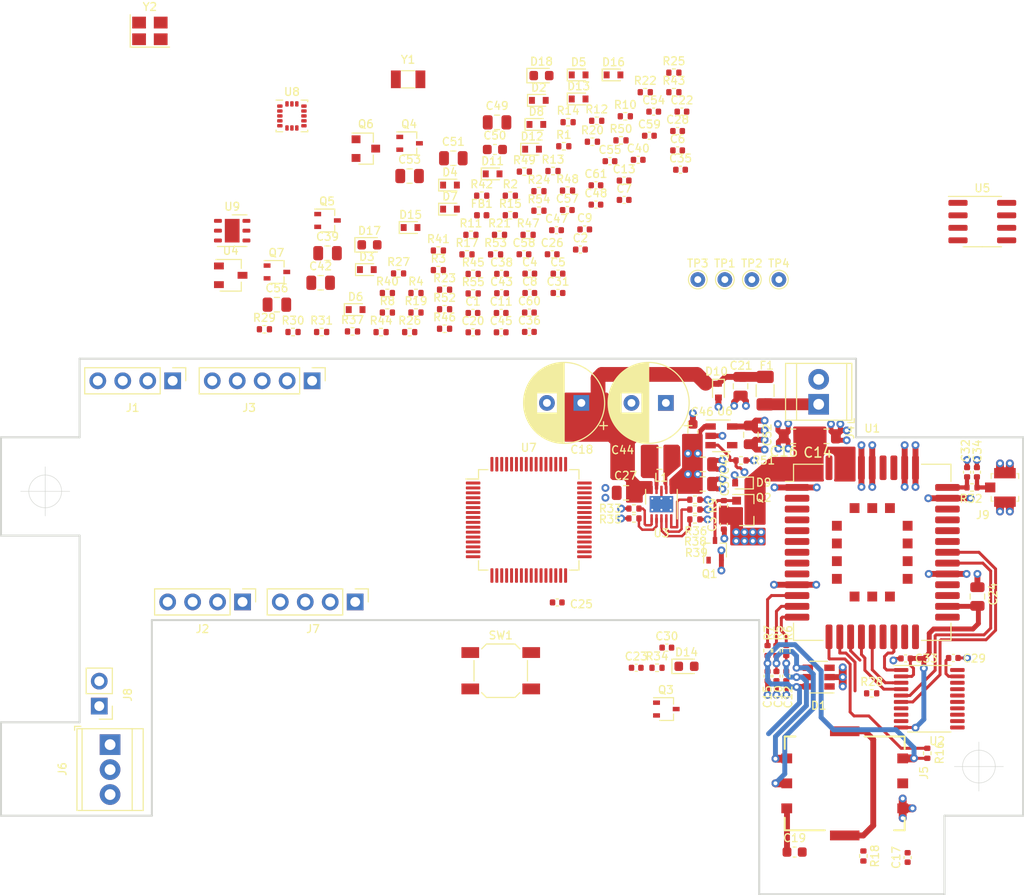
<source format=kicad_pcb>
(kicad_pcb (version 20171130) (host pcbnew "(5.1.7)-1")
  (layers (0 F.Cu signal) (1 In1.Cu signal hide) (2 In2.Cu signal hide) (31 B.Cu signal hide) (34 B.Paste user hide) (35 F.Paste user hide) (36 B.SilkS user hide) (37 F.SilkS user) (38 B.Mask user hide) (39 F.Mask user) (44 Edge.Cuts user))
  (net 0 "")
  (net 1 VBUS)
  (net 2 GND)
  (net 3 VCC)
  (net 4 +BATT)
  (net 5 MCU_TX0)
  (net 6 EXT_TXD)
  (net 7 MCU_RX0)
  (net 8 EXT_RXD)
  (net 9 MCU_RESET)
  (net 10 "Net-(C10-Pad1)")
  (net 11 MCU_SWDIO)
  (net 12 "Net-(C12-Pad1)")
  (net 13 MCU_SWCLK)
  (net 14 "Net-(C15-Pad1)")
  (net 15 "Net-(C17-Pad1)")
  (net 16 SIM_VDD)
  (net 17 MCU_EM4WU5)
  (net 18 +1V8)
  (net 19 +3V3)
  (net 20 MCU_EM4WU4)
  (net 21 EXT_TXD_DBG)
  (net 22 MCU_EM4WU6)
  (net 23 EXT_RXD_DBG)
  (net 24 "Net-(C34-Pad1)")
  (net 25 "Net-(C36-Pad1)")
  (net 26 "Net-(C38-Pad1)")
  (net 27 "Net-(C40-Pad1)")
  (net 28 "Net-(C42-Pad1)")
  (net 29 "Net-(C47-Pad1)")
  (net 30 "Net-(C50-Pad1)")
  (net 31 VDDA)
  (net 32 "Net-(D1-Pad1)")
  (net 33 "Net-(D1-Pad3)")
  (net 34 "Net-(J1-Pad1)")
  (net 35 "Net-(J1-Pad3)")
  (net 36 "Net-(J2-Pad3)")
  (net 37 "Net-(J2-Pad1)")
  (net 38 "Net-(J3-Pad3)")
  (net 39 "Net-(J3-Pad4)")
  (net 40 "Net-(J3-Pad5)")
  (net 41 "Net-(J5-Pad6)")
  (net 42 "Net-(J6-Pad1)")
  (net 43 "Net-(J6-Pad2)")
  (net 44 "Net-(J6-Pad3)")
  (net 45 "Net-(J7-Pad1)")
  (net 46 "Net-(J7-Pad3)")
  (net 47 "Net-(J8-Pad1)")
  (net 48 "Net-(J8-Pad2)")
  (net 49 "Net-(L1-Pad1)")
  (net 50 "Net-(L1-Pad2)")
  (net 51 "Net-(Q1-Pad1)")
  (net 52 "Net-(Q1-Pad3)")
  (net 53 BC66_RESET)
  (net 54 "Net-(Q3-Pad1)")
  (net 55 "Net-(Q4-Pad1)")
  (net 56 BC66_PWRKEY)
  (net 57 "Net-(Q5-Pad1)")
  (net 58 "Net-(Q6-Pad1)")
  (net 59 "Net-(Q7-Pad1)")
  (net 60 SIM_RST)
  (net 61 SIM_CLK)
  (net 62 SIM_DATA)
  (net 63 BC66_ON_OFF)
  (net 64 BC66_RST)
  (net 65 BC66_PWR)
  (net 66 SW_ENBL)
  (net 67 V_SELECT)
  (net 68 "Net-(R38-Pad1)")
  (net 69 FLASH_PWR)
  (net 70 MCU_MOSI)
  (net 71 MCU_MISO)
  (net 72 "Net-(R46-Pad1)")
  (net 73 "Net-(R47-Pad1)")
  (net 74 MCU_CLK)
  (net 75 "Net-(R48-Pad1)")
  (net 76 MCU_CS)
  (net 77 3V3_ENBL)
  (net 78 SDA)
  (net 79 SCL)
  (net 80 "Net-(U1-Pad9)")
  (net 81 BC66_TXD)
  (net 82 BC66_RXD)
  (net 83 "Net-(U1-Pad19)")
  (net 84 BC66_RI)
  (net 85 BC66_RXD_AUX)
  (net 86 BC66_TXD_AUX)
  (net 87 BC66_RXD_DBG)
  (net 88 BC66_TXD_DBG)
  (net 89 "Net-(U2-Pad9)")
  (net 90 "Net-(U2-Pad12)")
  (net 91 MCU_RX1)
  (net 92 MCU_TX1)
  (net 93 MCU_RI)
  (net 94 "Net-(U5-Pad3)")
  (net 95 "Net-(U5-Pad7)")
  (net 96 "Net-(U6-Pad4)")
  (net 97 "Net-(U7-Pad9)")
  (net 98 "Net-(U7-Pad10)")
  (net 99 "Net-(U7-Pad12)")
  (net 100 "Net-(U7-Pad14)")
  (net 101 "Net-(U7-Pad19)")
  (net 102 "Net-(U7-Pad21)")
  (net 103 "Net-(U7-Pad35)")
  (net 104 "Net-(U7-Pad36)")
  (net 105 "Net-(U7-Pad37)")
  (net 106 "Net-(U7-Pad38)")
  (net 107 CS)
  (net 108 INT1)
  (net 109 "Net-(U7-Pad45)")
  (net 110 "Net-(U7-Pad46)")
  (net 111 "Net-(U7-Pad47)")
  (net 112 "Net-(U7-Pad48)")
  (net 113 "Net-(U7-Pad52)")
  (net 114 "Net-(U7-Pad58)")
  (net 115 "Net-(U7-Pad61)")
  (net 116 "Net-(U7-Pad63)")
  (net 117 "Net-(U7-Pad64)")
  (net 118 "Net-(U8-Pad2)")
  (net 119 "Net-(U8-Pad3)")
  (net 120 SDO)
  (net 121 "Net-(U8-Pad9)")
  (net 122 "Net-(U8-Pad13)")
  (net 123 "Net-(U8-Pad15)")
  (net 124 "Net-(U8-Pad16)")
  (net 125 "Net-(U9-Pad3)")
  (net 126 "Net-(U9-Pad4)")
  (net 127 "Net-(R28-Pad1)")
  (net 128 "Net-(R36-Pad1)")
  (net 129 "Net-(R39-Pad1)")
  (net 130 "Net-(R49-Pad1)")
  (net 131 "Net-(D17-Pad2)")
  (net 132 LED1)
  (net 133 LED2)
  (net 134 "Net-(C14-Pad1)")
  (net 135 "Net-(D14-Pad1)")
  (net 136 "Net-(D14-Pad2)")
  (net 137 "Net-(D18-Pad2)")
  (net 138 "Net-(U7-Pad34)")
  (net 139 "Net-(C32-Pad1)")
  (net 140 "Net-(C39-Pad1)")
  (net 141 "Net-(C45-Pad1)")
  (net 142 "Net-(C48-Pad1)")
  (net 143 "Net-(C51-Pad1)")
  (module Resistor_SMD:R_0402_1005Metric (layer F.Cu) (at 178.9 123.2 270)
    (fp_text reference R5 (at -1.8 -0.2 90) (layer F.SilkS) (effects (font (size 0.8 0.8) (thickness 0.13))))
    (fp_text value 22R)
    (pad 1 smd roundrect (at -0.51 0 270) (size 0.54 0.64) (layers F.Cu F.Paste F.Mask) (net 60 SIM_RST))
    (pad 2 smd roundrect (at 0.51 0 270) (size 0.54 0.64) (layers F.Cu F.Paste F.Mask) (net 10 "Net-(C10-Pad1)"))
  )
  (module Capacitor_SMD:C_0402_1005Metric (layer F.Cu) (at 179.9 125.8 270)
    (fp_text reference C12 (at 2.12 -0.2 90) (layer F.SilkS) (effects (font (size 0.8 0.8) (thickness 0.13))))
    (fp_text value 18pF)
    (pad 1 smd roundrect (at -0.48 0 270) (size 0.56 0.62) (layers F.Cu F.Paste F.Mask) (net 12 "Net-(C12-Pad1)"))
    (pad 2 smd roundrect (at 0.48 0 270) (size 0.56 0.62) (layers F.Cu F.Paste F.Mask) (net 2 GND))
  )
  (module Capacitor_SMD:C_0402_1005Metric (layer F.Cu) (at 178.9 125.8 270)
    (fp_text reference C10 (at 2.08 -0.2 90) (layer F.SilkS) (effects (font (size 0.8 0.8) (thickness 0.13))))
    (fp_text value 18pF)
    (pad 2 smd roundrect (at 0.48 0 270) (size 0.56 0.62) (layers F.Cu F.Paste F.Mask) (net 2 GND))
    (pad 1 smd roundrect (at -0.48 0 270) (size 0.56 0.62) (layers F.Cu F.Paste F.Mask) (net 10 "Net-(C10-Pad1)"))
  )
  (module Resistor_SMD:R_0402_1005Metric (layer F.Cu) (at 179.9 123.19 270)
    (fp_text reference R6 (at -1.79 -0.2 90) (layer F.SilkS) (effects (font (size 0.8 0.8) (thickness 0.13))))
    (fp_text value 22R)
    (pad 2 smd roundrect (at 0.51 0 270) (size 0.54 0.64) (layers F.Cu F.Paste F.Mask) (net 12 "Net-(C12-Pad1)"))
    (pad 1 smd roundrect (at -0.51 0 270) (size 0.54 0.64) (layers F.Cu F.Paste F.Mask) (net 61 SIM_CLK))
  )
  (module Resistor_SMD:R_0402_1005Metric (layer F.Cu) (at 166.75 124.95)
    (fp_text reference R34 (at 0 -1.17) (layer F.SilkS) (effects (font (size 0.8 0.8) (thickness 0.13))))
    (fp_text value 470R)
    (pad 2 smd roundrect (at 0.51 0) (size 0.54 0.64) (layers F.Cu F.Paste F.Mask) (net 136 "Net-(D14-Pad2)"))
    (pad 1 smd roundrect (at -0.51 0) (size 0.54 0.64) (layers F.Cu F.Paste F.Mask) (net 19 +3V3))
  )
  (module Capacitor_THT:CP_Radial_D8.0mm_P3.50mm (layer F.Cu) (at 159.05 98 180)
    (fp_text reference C18 (at -0.05 -4.75) (layer F.SilkS) (effects (font (size 0.8 0.8) (thickness 0.13))))
    (fp_text value 820uF)
    (pad 2 thru_hole circle (at 3.5 0 180) (size 1.6 1.6) (drill 0.8) (layers *.Cu *.Mask) (net 2 GND))
    (pad 1 thru_hole rect (at 0 0 180) (size 1.6 1.6) (drill 0.8) (layers *.Cu *.Mask) (net 4 +BATT))
  )
  (module Capacitor_THT:CP_Radial_D8.0mm_P3.50mm (layer F.Cu) (at 167.65 98 180)
    (fp_text reference C44 (at 4.4 -4.8) (layer F.SilkS) (effects (font (size 0.8 0.8) (thickness 0.13))))
    (fp_text value 820uF)
    (pad 2 thru_hole circle (at 3.5 0 180) (size 1.6 1.6) (drill 0.8) (layers *.Cu *.Mask) (net 2 GND))
    (pad 1 thru_hole rect (at 0 0 180) (size 1.6 1.6) (drill 0.8) (layers *.Cu *.Mask) (net 3 VCC))
  )
  (module Package_TO_SOT_SMD:SOT-23-6 (layer F.Cu) (at 183.2 125.9 180)
    (fp_text reference D1 (at 0 -2.9) (layer F.SilkS) (effects (font (size 0.8 0.8) (thickness 0.13))))
    (fp_text value ESDA6V1-5SC6)
    (pad 1 smd rect (at -1.1 -0.95 180) (size 1.06 0.65) (layers F.Cu F.Paste F.Mask) (net 32 "Net-(D1-Pad1)"))
    (pad 2 smd rect (at -1.1 0 180) (size 1.06 0.65) (layers F.Cu F.Paste F.Mask) (net 2 GND))
    (pad 3 smd rect (at -1.1 0.95 180) (size 1.06 0.65) (layers F.Cu F.Paste F.Mask) (net 33 "Net-(D1-Pad3)"))
    (pad 4 smd rect (at 1.1 0.95 180) (size 1.06 0.65) (layers F.Cu F.Paste F.Mask) (net 10 "Net-(C10-Pad1)"))
    (pad 6 smd rect (at 1.1 -0.95 180) (size 1.06 0.65) (layers F.Cu F.Paste F.Mask) (net 14 "Net-(C15-Pad1)"))
    (pad 5 smd rect (at 1.1 0 180) (size 1.06 0.65) (layers F.Cu F.Paste F.Mask) (net 12 "Net-(C12-Pad1)"))
  )
  (module TerminalBlock_TE-Connectivity:TerminalBlock_TE_282834-2_1x02_P2.54mm_Horizontal (layer F.Cu) (at 183.2 98.14 90)
    (fp_text reference J4 (at -2.86 3.2 270) (layer F.SilkS) (effects (font (size 0.8 0.8) (thickness 0.13))))
    (fp_text value KLS2-308V-2.54-02P-4S)
    (pad 1 thru_hole rect (at 0 0 90) (size 2.1 2.1) (drill 1.1) (layers *.Cu *.Mask) (net 1 VBUS))
    (pad 2 thru_hole circle (at 2.54 0 90) (size 2.1 2.1) (drill 1.1) (layers *.Cu *.Mask) (net 2 GND))
  )
  (module mylib-footprints:GCT_SIM8051-6-0-14-00-X-REVD (layer F.Cu) (at 185.85 136.71 270)
    (fp_text reference J5 (at -1.07189 -8.05924 90) (layer F.SilkS) (effects (font (size 0.8 0.8) (thickness 0.13))))
    (fp_text value SIM8051-6-0-14-00-A hide)
    (pad SH smd rect (at -5.3 0 270) (size 1 3) (layers F.Cu F.Paste F.Mask) (net 15 "Net-(C17-Pad1)"))
    (pad 7 smd rect (at -2.54 -5.9 270) (size 1 1.1) (layers F.Cu F.Paste F.Mask) (net 14 "Net-(C15-Pad1)"))
    (pad 6 smd rect (at 0 -5.9 270) (size 1 1.1) (layers F.Cu F.Paste F.Mask) (net 41 "Net-(J5-Pad6)"))
    (pad 5 smd rect (at 2.54 -5.9 270) (size 1 1.1) (layers F.Cu F.Paste F.Mask) (net 2 GND))
    (pad SH smd rect (at 5.3 0 270) (size 1 3) (layers F.Cu F.Paste F.Mask) (net 15 "Net-(C17-Pad1)"))
    (pad 3 smd rect (at -2.54 5.9 270) (size 1 1.1) (layers F.Cu F.Paste F.Mask) (net 12 "Net-(C12-Pad1)"))
    (pad 2 smd rect (at 0 5.9 270) (size 1 1.1) (layers F.Cu F.Paste F.Mask) (net 10 "Net-(C10-Pad1)"))
    (pad 1 smd rect (at 2.54 5.9 270) (size 1 1.1) (layers F.Cu F.Paste F.Mask) (net 16 SIM_VDD))
  )
  (module TerminalBlock_TE-Connectivity:TerminalBlock_TE_282834-3_1x03_P2.54mm_Horizontal (layer F.Cu) (at 111.1 132.77 270)
    (fp_text reference J6 (at 2.48 4.85 90) (layer F.SilkS) (effects (font (size 0.8 0.8) (thickness 0.13))))
    (fp_text value KLS2-308V-2.54-03P-4S)
    (pad 1 thru_hole rect (at 0 0 270) (size 2.1 2.1) (drill 1.1) (layers *.Cu *.Mask) (net 42 "Net-(J6-Pad1)"))
    (pad 2 thru_hole circle (at 2.54 0 270) (size 2.1 2.1) (drill 1.1) (layers *.Cu *.Mask) (net 43 "Net-(J6-Pad2)"))
    (pad 3 thru_hole circle (at 5.08 0 270) (size 2.1 2.1) (drill 1.1) (layers *.Cu *.Mask) (net 44 "Net-(J6-Pad3)"))
  )
  (module digikey-footprints:UMCoax_Pin_1909763-1 (layer F.Cu) (at 202.15 106.6 270)
    (fp_text reference J9 (at 2.8 2.25 180) (layer F.SilkS) (effects (font (size 0.8 0.8) (thickness 0.13))))
    (fp_text value 1909763-1)
    (pad 1 smd rect (at 1.45 0 270) (size 1.05 2.2) (layers F.Cu F.Paste F.Mask) (net 2 GND))
    (pad 1 smd rect (at -1.45 0 270) (size 1.05 2.2) (layers F.Cu F.Paste F.Mask) (net 2 GND))
    (pad 2 smd rect (at 0 1.5 270) (size 1 1.05) (layers F.Cu F.Paste F.Mask) (net 24 "Net-(C34-Pad1)"))
  )
  (module Inductor_SMD:L_1008_2520Metric_Pad1.43x2.20mm_HandSolder (layer F.Cu) (at 167 103.65)
    (fp_text reference L1 (at 0.15 1.95) (layer F.SilkS) (effects (font (size 0.8 0.8) (thickness 0.13))))
    (fp_text value 2.2uH)
    (pad 2 smd roundrect (at 1.1625 0) (size 1.425 2.2) (layers F.Cu F.Paste F.Mask) (roundrect_rratio 0.175439) (net 50 "Net-(L1-Pad2)"))
    (pad 1 smd roundrect (at -1.1625 0) (size 1.425 2.2) (layers F.Cu F.Paste F.Mask) (roundrect_rratio 0.175439) (net 49 "Net-(L1-Pad1)"))
  )
  (module TestPoint:TestPoint_THTPad_D1.5mm_Drill0.7mm (layer F.Cu) (at 173.65 85.45)
    (fp_text reference TP1 (at 0 -1.648) (layer F.SilkS) (effects (font (size 0.8 0.8) (thickness 0.13))))
    (fp_text value VBAT_line)
    (pad 1 thru_hole circle (at 0 0) (size 1.5 1.5) (drill 0.7) (layers *.Cu *.Mask) (net 4 +BATT))
  )
  (module TestPoint:TestPoint_THTPad_D1.5mm_Drill0.7mm (layer F.Cu) (at 176.4 85.45)
    (fp_text reference TP2 (at 0 -1.648) (layer F.SilkS) (effects (font (size 0.8 0.8) (thickness 0.13))))
    (fp_text value 3V3_line)
    (pad 1 thru_hole circle (at 0 0) (size 1.5 1.5) (drill 0.7) (layers *.Cu *.Mask) (net 19 +3V3))
  )
  (module TestPoint:TestPoint_THTPad_D1.5mm_Drill0.7mm (layer F.Cu) (at 170.9 85.45)
    (fp_text reference TP3 (at 0 -1.648) (layer F.SilkS) (effects (font (size 0.8 0.8) (thickness 0.13))))
    (fp_text value VCC_line)
    (pad 1 thru_hole circle (at 0 0) (size 1.5 1.5) (drill 0.7) (layers *.Cu *.Mask) (net 3 VCC))
  )
  (module TestPoint:TestPoint_THTPad_D1.5mm_Drill0.7mm (layer F.Cu) (at 179.15 85.45)
    (fp_text reference TP4 (at 0 -1.648) (layer F.SilkS) (effects (font (size 0.8 0.8) (thickness 0.13))))
    (fp_text value GND)
    (pad 1 thru_hole circle (at 0 0) (size 1.5 1.5) (drill 0.7) (layers *.Cu *.Mask) (net 2 GND))
  )
  (module Package_DFN_QFN:DFN-10-1EP_3x3mm_P0.5mm_EP1.65x2.38mm_ThermalVias (layer F.Cu) (at 167.2 108.3 90)
    (fp_text reference U3 (at -2.95 0 180) (layer F.SilkS) (effects (font (size 0.8 0.8) (thickness 0.13))))
    (fp_text value TPS63900)
    (pad 11 smd rect (at 0 0 90) (size 1.65 2.38) (layers B.Cu) (net 2 GND))
    (pad 11 thru_hole circle (at 0.575 0.94 90) (size 0.5 0.5) (drill 0.2) (layers *.Cu) (net 2 GND))
    (pad 11 thru_hole circle (at -0.575 0.94 90) (size 0.5 0.5) (drill 0.2) (layers *.Cu) (net 2 GND))
    (pad 11 thru_hole circle (at 0.575 0 90) (size 0.5 0.5) (drill 0.2) (layers *.Cu) (net 2 GND))
    (pad 11 thru_hole circle (at -0.575 0 90) (size 0.5 0.5) (drill 0.2) (layers *.Cu) (net 2 GND))
    (pad 11 thru_hole circle (at 0.575 -0.94 90) (size 0.5 0.5) (drill 0.2) (layers *.Cu) (net 2 GND))
    (pad 11 thru_hole circle (at -0.575 -0.94 90) (size 0.5 0.5) (drill 0.2) (layers *.Cu) (net 2 GND))
    (pad 11 smd rect (at 0 0 90) (size 1.65 2.38) (layers F.Cu F.Mask) (net 2 GND))
    (pad 10 smd roundrect (at 1.45 -1 90) (size 0.85 0.25) (layers F.Cu F.Paste F.Mask) (net 4 +BATT))
    (pad 9 smd roundrect (at 1.45 -0.5 90) (size 0.85 0.25) (layers F.Cu F.Paste F.Mask) (net 49 "Net-(L1-Pad1)"))
    (pad 8 smd roundrect (at 1.45 0 90) (size 0.85 0.25) (layers F.Cu F.Paste F.Mask) (net 2 GND))
    (pad 7 smd roundrect (at 1.45 0.5 90) (size 0.85 0.25) (layers F.Cu F.Paste F.Mask) (net 50 "Net-(L1-Pad2)"))
    (pad 6 smd roundrect (at 1.45 1 90) (size 0.85 0.25) (layers F.Cu F.Paste F.Mask) (net 3 VCC))
    (pad 5 smd roundrect (at -1.45 1 90) (size 0.85 0.25) (layers F.Cu F.Paste F.Mask) (net 128 "Net-(R36-Pad1)"))
    (pad 4 smd roundrect (at -1.45 0.5 90) (size 0.85 0.25) (layers F.Cu F.Paste F.Mask) (net 68 "Net-(R38-Pad1)"))
    (pad 3 smd roundrect (at -1.45 0 90) (size 0.85 0.25) (layers F.Cu F.Paste F.Mask) (net 129 "Net-(R39-Pad1)"))
    (pad 2 smd roundrect (at -1.45 -0.5 90) (size 0.85 0.25) (layers F.Cu F.Paste F.Mask) (net 67 V_SELECT))
    (pad 1 smd roundrect (at -1.45 -1 90) (size 0.85 0.25) (layers F.Cu F.Paste F.Mask) (net 66 SW_ENBL))
  )
  (module Package_QFP:TQFP-64_10x10mm_P0.5mm (layer F.Cu) (at 153.7 109.9)
    (fp_text reference U7 (at 0 -7.35) (layer F.SilkS) (effects (font (size 0.8 0.8) (thickness 0.13))))
    (fp_text value EFM32TG11B320F128GQ64-B)
    (pad 1 smd roundrect (at -5.6625 -3.75) (size 1.475 0.3) (layers F.Cu F.Paste F.Mask) (net 72 "Net-(R46-Pad1)"))
    (pad 2 smd roundrect (at -5.6625 -3.25) (size 1.475 0.3) (layers F.Cu F.Paste F.Mask) (net 73 "Net-(R47-Pad1)"))
    (pad 3 smd roundrect (at -5.6625 -2.75) (size 1.475 0.3) (layers F.Cu F.Paste F.Mask) (net 75 "Net-(R48-Pad1)"))
    (pad 4 smd roundrect (at -5.6625 -2.25) (size 1.475 0.3) (layers F.Cu F.Paste F.Mask) (net 130 "Net-(R49-Pad1)"))
    (pad 5 smd roundrect (at -5.6625 -1.75) (size 1.475 0.3) (layers F.Cu F.Paste F.Mask) (net 69 FLASH_PWR))
    (pad 6 smd roundrect (at -5.6625 -1.25) (size 1.475 0.3) (layers F.Cu F.Paste F.Mask) (net 66 SW_ENBL))
    (pad 7 smd roundrect (at -5.6625 -0.75) (size 1.475 0.3) (layers F.Cu F.Paste F.Mask) (net 4 +BATT))
    (pad 8 smd roundrect (at -5.6625 -0.25) (size 1.475 0.3) (layers F.Cu F.Paste F.Mask) (net 2 GND))
    (pad 9 smd roundrect (at -5.6625 0.25) (size 1.475 0.3) (layers F.Cu F.Paste F.Mask) (net 97 "Net-(U7-Pad9)"))
    (pad 10 smd roundrect (at -5.6625 0.75) (size 1.475 0.3) (layers F.Cu F.Paste F.Mask) (net 98 "Net-(U7-Pad10)"))
    (pad 11 smd roundrect (at -5.6625 1.25) (size 1.475 0.3) (layers F.Cu F.Paste F.Mask) (net 28 "Net-(C42-Pad1)"))
    (pad 12 smd roundrect (at -5.6625 1.75) (size 1.475 0.3) (layers F.Cu F.Paste F.Mask) (net 99 "Net-(U7-Pad12)"))
    (pad 13 smd roundrect (at -5.6625 2.25) (size 1.475 0.3) (layers F.Cu F.Paste F.Mask) (net 22 MCU_EM4WU6))
    (pad 14 smd roundrect (at -5.6625 2.75) (size 1.475 0.3) (layers F.Cu F.Paste F.Mask) (net 100 "Net-(U7-Pad14)"))
    (pad 15 smd roundrect (at -5.6625 3.25) (size 1.475 0.3) (layers F.Cu F.Paste F.Mask) (net 25 "Net-(C36-Pad1)"))
    (pad 16 smd roundrect (at -5.6625 3.75) (size 1.475 0.3) (layers F.Cu F.Paste F.Mask) (net 26 "Net-(C38-Pad1)"))
    (pad 17 smd roundrect (at -3.75 5.6625) (size 0.3 1.475) (layers F.Cu F.Paste F.Mask) (net 77 3V3_ENBL))
    (pad 18 smd roundrect (at -3.25 5.6625) (size 0.3 1.475) (layers F.Cu F.Paste F.Mask) (net 67 V_SELECT))
    (pad 19 smd roundrect (at -2.75 5.6625) (size 0.3 1.475) (layers F.Cu F.Paste F.Mask) (net 101 "Net-(U7-Pad19)"))
    (pad 20 smd roundrect (at -2.25 5.6625) (size 0.3 1.475) (layers F.Cu F.Paste F.Mask) (net 29 "Net-(C47-Pad1)"))
    (pad 21 smd roundrect (at -1.75 5.6625) (size 0.3 1.475) (layers F.Cu F.Paste F.Mask) (net 102 "Net-(U7-Pad21)"))
    (pad 22 smd roundrect (at -1.25 5.6625) (size 0.3 1.475) (layers F.Cu F.Paste F.Mask) (net 2 GND))
    (pad 23 smd roundrect (at -0.75 5.6625) (size 0.3 1.475) (layers F.Cu F.Paste F.Mask) (net 31 VDDA))
    (pad 24 smd roundrect (at -0.25 5.6625) (size 0.3 1.475) (layers F.Cu F.Paste F.Mask) (net 27 "Net-(C40-Pad1)"))
    (pad 25 smd roundrect (at 0.25 5.6625) (size 0.3 1.475) (layers F.Cu F.Paste F.Mask) (net 141 "Net-(C45-Pad1)"))
    (pad 26 smd roundrect (at 0.75 5.6625) (size 0.3 1.475) (layers F.Cu F.Paste F.Mask) (net 4 +BATT))
    (pad 27 smd roundrect (at 1.25 5.6625) (size 0.3 1.475) (layers F.Cu F.Paste F.Mask) (net 31 VDDA))
    (pad 28 smd roundrect (at 1.75 5.6625) (size 0.3 1.475) (layers F.Cu F.Paste F.Mask) (net 92 MCU_TX1))
    (pad 29 smd roundrect (at 2.25 5.6625) (size 0.3 1.475) (layers F.Cu F.Paste F.Mask) (net 91 MCU_RX1))
    (pad 30 smd roundrect (at 2.75 5.6625) (size 0.3 1.475) (layers F.Cu F.Paste F.Mask) (net 93 MCU_RI))
    (pad 31 smd roundrect (at 3.25 5.6625) (size 0.3 1.475) (layers F.Cu F.Paste F.Mask) (net 64 BC66_RST))
    (pad 32 smd roundrect (at 3.75 5.6625) (size 0.3 1.475) (layers F.Cu F.Paste F.Mask) (net 65 BC66_PWR))
    (pad 33 smd roundrect (at 5.6625 3.75) (size 1.475 0.3) (layers F.Cu F.Paste F.Mask) (net 63 BC66_ON_OFF))
    (pad 34 smd roundrect (at 5.6625 3.25) (size 1.475 0.3) (layers F.Cu F.Paste F.Mask) (net 138 "Net-(U7-Pad34)"))
    (pad 35 smd roundrect (at 5.6625 2.75) (size 1.475 0.3) (layers F.Cu F.Paste F.Mask) (net 103 "Net-(U7-Pad35)"))
    (pad 36 smd roundrect (at 5.6625 2.25) (size 1.475 0.3) (layers F.Cu F.Paste F.Mask) (net 104 "Net-(U7-Pad36)"))
    (pad 37 smd roundrect (at 5.6625 1.75) (size 1.475 0.3) (layers F.Cu F.Paste F.Mask) (net 105 "Net-(U7-Pad37)"))
    (pad 38 smd roundrect (at 5.6625 1.25) (size 1.475 0.3) (layers F.Cu F.Paste F.Mask) (net 106 "Net-(U7-Pad38)"))
    (pad 39 smd roundrect (at 5.6625 0.75) (size 1.475 0.3) (layers F.Cu F.Paste F.Mask) (net 4 +BATT))
    (pad 40 smd roundrect (at 5.6625 0.25) (size 1.475 0.3) (layers F.Cu F.Paste F.Mask) (net 30 "Net-(C50-Pad1)"))
    (pad 41 smd roundrect (at 5.6625 -0.25) (size 1.475 0.3) (layers F.Cu F.Paste F.Mask) (net 79 SCL))
    (pad 42 smd roundrect (at 5.6625 -0.75) (size 1.475 0.3) (layers F.Cu F.Paste F.Mask) (net 78 SDA))
    (pad 43 smd roundrect (at 5.6625 -1.25) (size 1.475 0.3) (layers F.Cu F.Paste F.Mask) (net 107 CS))
    (pad 44 smd roundrect (at 5.6625 -1.75) (size 1.475 0.3) (layers F.Cu F.Paste F.Mask) (net 108 INT1))
    (pad 45 smd roundrect (at 5.6625 -2.25) (size 1.475 0.3) (layers F.Cu F.Paste F.Mask) (net 109 "Net-(U7-Pad45)"))
    (pad 46 smd roundrect (at 5.6625 -2.75) (size 1.475 0.3) (layers F.Cu F.Paste F.Mask) (net 110 "Net-(U7-Pad46)"))
    (pad 47 smd roundrect (at 5.6625 -3.25) (size 1.475 0.3) (layers F.Cu F.Paste F.Mask) (net 111 "Net-(U7-Pad47)"))
    (pad 48 smd roundrect (at 5.6625 -3.75) (size 1.475 0.3) (layers F.Cu F.Paste F.Mask) (net 112 "Net-(U7-Pad48)"))
    (pad 49 smd roundrect (at 3.75 -5.6625) (size 0.3 1.475) (layers F.Cu F.Paste F.Mask) (net 11 MCU_SWDIO))
    (pad 50 smd roundrect (at 3.25 -5.6625) (size 0.3 1.475) (layers F.Cu F.Paste F.Mask) (net 13 MCU_SWCLK))
    (pad 51 smd roundrect (at 2.75 -5.6625) (size 0.3 1.475) (layers F.Cu F.Paste F.Mask) (net 20 MCU_EM4WU4))
    (pad 52 smd roundrect (at 2.25 -5.6625) (size 0.3 1.475) (layers F.Cu F.Paste F.Mask) (net 113 "Net-(U7-Pad52)"))
    (pad 53 smd roundrect (at 1.75 -5.6625) (size 0.3 1.475) (layers F.Cu F.Paste F.Mask) (net 132 LED1))
    (pad 54 smd roundrect (at 1.25 -5.6625) (size 0.3 1.475) (layers F.Cu F.Paste F.Mask) (net 133 LED2))
    (pad 55 smd roundrect (at 0.75 -5.6625) (size 0.3 1.475) (layers F.Cu F.Paste F.Mask) (net 4 +BATT))
    (pad 56 smd roundrect (at 0.25 -5.6625) (size 0.3 1.475) (layers F.Cu F.Paste F.Mask) (net 2 GND))
    (pad 57 smd roundrect (at -0.25 -5.6625) (size 0.3 1.475) (layers F.Cu F.Paste F.Mask) (net 120 SDO))
    (pad 58 smd roundrect (at -0.75 -5.6625) (size 0.3 1.475) (layers F.Cu F.Paste F.Mask) (net 114 "Net-(U7-Pad58)"))
    (pad 59 smd roundrect (at -1.25 -5.6625) (size 0.3 1.475) (layers F.Cu F.Paste F.Mask) (net 5 MCU_TX0))
    (pad 60 smd roundrect (at -1.75 -5.6625) (size 0.3 1.475) (layers F.Cu F.Paste F.Mask) (net 7 MCU_RX0))
    (pad 61 smd roundrect (at -2.25 -5.6625) (size 0.3 1.475) (layers F.Cu F.Paste F.Mask) (net 115 "Net-(U7-Pad61)"))
    (pad 62 smd roundrect (at -2.75 -5.6625) (size 0.3 1.475) (layers F.Cu F.Paste F.Mask) (net 17 MCU_EM4WU5))
    (pad 63 smd roundrect (at -3.25 -5.6625) (size 0.3 1.475) (layers F.Cu F.Paste F.Mask) (net 116 "Net-(U7-Pad63)"))
    (pad 64 smd roundrect (at -3.75 -5.6625) (size 0.3 1.475) (layers F.Cu F.Paste F.Mask) (net 117 "Net-(U7-Pad64)"))
  )
  (module mylib-footprints:Quectel_BC66 (layer F.Cu) (at 188.65 113.2)
    (fp_text reference U1 (at 0 -12.6) (layer F.SilkS) (effects (font (size 0.8 0.8) (thickness 0.13))))
    (fp_text value BC66NADA-04-STD)
    (pad 1 smd roundrect (at -7.65 -6.6) (size 2.5 0.7) (layers F.Cu F.Mask) (net 2 GND))
    (pad 2 smd roundrect (at -7.65 -5.5) (size 2.5 0.7) (layers F.Cu F.Mask))
    (pad 3 smd roundrect (at -7.65 -4.4) (size 2.5 0.7) (layers F.Cu F.Mask))
    (pad 4 smd roundrect (at -7.65 -3.3) (size 2.5 0.7) (layers F.Cu F.Mask))
    (pad 5 smd roundrect (at -7.65 -2.2) (size 2.5 0.7) (layers F.Cu F.Mask))
    (pad 6 smd roundrect (at -7.65 -1.1) (size 2.5 0.7) (layers F.Cu F.Mask))
    (pad 7 smd roundrect (at -7.65 0) (size 2.5 0.7) (layers F.Cu F.Mask) (net 56 BC66_PWRKEY))
    (pad 8 smd roundrect (at -7.65 1.1) (size 2.5 0.7) (layers F.Cu F.Mask))
    (pad 9 smd roundrect (at -7.65 2.2) (size 2.5 0.7) (layers F.Cu F.Mask) (net 80 "Net-(U1-Pad9)"))
    (pad 10 smd roundrect (at -7.65 3.3) (size 2.5 0.7) (layers F.Cu F.Mask) (net 2 GND))
    (pad 11 smd roundrect (at -7.65 4.4) (size 2.5 0.7) (layers F.Cu F.Mask) (net 62 SIM_DATA))
    (pad 12 smd roundrect (at -7.65 5.5) (size 2.5 0.7) (layers F.Cu F.Mask) (net 60 SIM_RST))
    (pad 13 smd roundrect (at -7.65 6.6) (size 2.5 0.7) (layers F.Cu F.Mask) (net 61 SIM_CLK))
    (pad 14 smd roundrect (at -4.4 8.6 90) (size 2.5 0.7) (layers F.Cu F.Mask) (net 16 SIM_VDD))
    (pad 15 smd roundrect (at -3.3 8.6 90) (size 2.5 0.7) (layers F.Cu F.Mask) (net 53 BC66_RESET))
    (pad 16 smd roundrect (at -2.2 8.6 90) (size 2.5 0.7) (layers F.Cu F.Mask) (net 127 "Net-(R28-Pad1)"))
    (pad 17 smd roundrect (at -1.1 8.6 90) (size 2.5 0.7) (layers F.Cu F.Mask) (net 81 BC66_TXD))
    (pad 18 smd roundrect (at 0 8.6 90) (size 2.5 0.7) (layers F.Cu F.Mask) (net 82 BC66_RXD))
    (pad 19 smd roundrect (at 1.1 8.6 90) (size 2.5 0.7) (layers F.Cu F.Mask) (net 83 "Net-(U1-Pad19)"))
    (pad 20 smd roundrect (at 2.2 8.6 90) (size 2.5 0.7) (layers F.Cu F.Mask) (net 84 BC66_RI))
    (pad 21 smd roundrect (at 3.3 8.6 90) (size 2.5 0.7) (layers F.Cu F.Mask))
    (pad 22 smd roundrect (at 4.4 8.6 90) (size 2.5 0.7) (layers F.Cu F.Mask))
    (pad 23 smd roundrect (at 7.65 6.6) (size 2.5 0.7) (layers F.Cu F.Mask))
    (pad 24 smd roundrect (at 7.65 5.5) (size 2.5 0.7) (layers F.Cu F.Mask) (net 18 +1V8))
    (pad 25 smd roundrect (at 7.65 4.4) (size 2.5 0.7) (layers F.Cu F.Mask))
    (pad 26 smd roundrect (at 7.65 3.3) (size 2.5 0.7) (layers F.Cu F.Mask))
    (pad 27 smd roundrect (at 7.65 2.2) (size 2.5 0.7) (layers F.Cu F.Mask) (net 2 GND))
    (pad 28 smd roundrect (at 7.65 1.1) (size 2.5 0.7) (layers F.Cu F.Mask) (net 85 BC66_RXD_AUX))
    (pad 29 smd roundrect (at 7.65 0) (size 2.5 0.7) (layers F.Cu F.Mask) (net 86 BC66_TXD_AUX))
    (pad 30 smd roundrect (at 7.65 -1.1) (size 2.5 0.7) (layers F.Cu F.Mask))
    (pad 31 smd roundrect (at 7.65 -2.2) (size 2.5 0.7) (layers F.Cu F.Mask))
    (pad 32 smd roundrect (at 7.65 -3.3) (size 2.5 0.7) (layers F.Cu F.Mask))
    (pad 33 smd roundrect (at 7.65 -4.4) (size 2.5 0.7) (layers F.Cu F.Mask))
    (pad 34 smd roundrect (at 7.65 -5.5) (size 2.5 0.7) (layers F.Cu F.Mask) (net 2 GND))
    (pad 35 smd roundrect (at 7.65 -6.6) (size 2.5 0.7) (layers F.Cu F.Mask) (net 139 "Net-(C32-Pad1)"))
    (pad 36 smd roundrect (at 4.4 -8.6 270) (size 2.5 0.7) (layers F.Cu F.Mask) (net 2 GND))
    (pad 37 smd roundrect (at 3.3 -8.6 270) (size 2.5 0.7) (layers F.Cu F.Mask) (net 2 GND))
    (pad 38 smd roundrect (at 2.2 -8.6 270) (size 2.5 0.7) (layers F.Cu F.Mask) (net 87 BC66_RXD_DBG))
    (pad 39 smd roundrect (at 1.1 -8.6 270) (size 2.5 0.7) (layers F.Cu F.Mask) (net 88 BC66_TXD_DBG))
    (pad 40 smd roundrect (at 0 -8.6 270) (size 2.5 0.7) (layers F.Cu F.Mask) (net 2 GND))
    (pad 41 smd roundrect (at -1.1 -8.6 270) (size 2.5 0.7) (layers F.Cu F.Mask) (net 2 GND))
    (pad 42 smd roundrect (at -2.2 -8.6 270) (size 2.5 0.7) (layers F.Cu F.Mask) (net 134 "Net-(C14-Pad1)"))
    (pad 43 smd roundrect (at -3.3 -8.6 270) (size 2.5 0.7) (layers F.Cu F.Mask) (net 134 "Net-(C14-Pad1)"))
    (pad 44 smd roundrect (at -4.4 -8.6 270) (size 2.5 0.7) (layers F.Cu F.Mask))
    (pad 45 smd rect (at -3.6 -2.7) (size 1 1) (layers F.Cu F.Mask))
    (pad 46 smd rect (at -3.6 -0.9) (size 1 1) (layers F.Cu F.Mask))
    (pad 47 smd rect (at -3.6 0.9) (size 1 1) (layers F.Cu F.Mask))
    (pad 48 smd rect (at -3.6 2.7) (size 1 1) (layers F.Cu F.Mask))
    (pad 49 smd rect (at -1.8 4.5) (size 1 1) (layers F.Cu F.Mask))
    (pad 50 smd rect (at 0 4.5) (size 1 1) (layers F.Cu F.Mask))
    (pad 51 smd rect (at 1.8 4.5) (size 1 1) (layers F.Cu F.Mask))
    (pad 52 smd rect (at 3.6 2.7) (size 1 1) (layers F.Cu F.Mask))
    (pad 53 smd rect (at 3.6 0.9) (size 1 1) (layers F.Cu F.Mask))
    (pad 54 smd rect (at 3.6 -0.9) (size 1 1) (layers F.Cu F.Mask))
    (pad 55 smd rect (at 3.6 -2.7) (size 1 1) (layers F.Cu F.Mask))
    (pad 56 smd rect (at 1.8 -4.5) (size 1 1) (layers F.Cu F.Mask))
    (pad 57 smd rect (at 0 -4.5) (size 1 1) (layers F.Cu F.Mask))
    (pad 58 smd rect (at -1.8 -4.5) (size 1 1) (layers F.Cu F.Mask))
  )
  (module Connector_PinHeader_2.54mm:PinHeader_1x04_P2.54mm_Vertical (layer F.Cu) (at 117.47 95.75 270)
    (fp_text reference J1 (at 2.75 4.07) (layer F.SilkS) (effects (font (size 0.8 0.8) (thickness 0.13))))
    (fp_text value KLS1-207-1-04-S)
    (pad 1 thru_hole rect (at 0 0 270) (size 1.7 1.7) (drill 1) (layers *.Cu *.Mask) (net 34 "Net-(J1-Pad1)"))
    (pad 2 thru_hole oval (at 0 2.54 270) (size 1.7 1.7) (drill 1) (layers *.Cu *.Mask) (net 2 GND))
    (pad 3 thru_hole oval (at 0 5.08 270) (size 1.7 1.7) (drill 1) (layers *.Cu *.Mask) (net 35 "Net-(J1-Pad3)"))
    (pad 4 thru_hole oval (at 0 7.62 270) (size 1.7 1.7) (drill 1) (layers *.Cu *.Mask) (net 1 VBUS))
  )
  (module Connector_PinHeader_2.54mm:PinHeader_1x04_P2.54mm_Vertical (layer F.Cu) (at 124.58 118.25 270)
    (fp_text reference J2 (at 2.75 4.08 180) (layer F.SilkS) (effects (font (size 0.8 0.8) (thickness 0.13))))
    (fp_text value KLS1-207-1-04-S)
    (pad 4 thru_hole oval (at 0 7.62 270) (size 1.7 1.7) (drill 1) (layers *.Cu *.Mask) (net 1 VBUS))
    (pad 3 thru_hole oval (at 0 5.08 270) (size 1.7 1.7) (drill 1) (layers *.Cu *.Mask) (net 36 "Net-(J2-Pad3)"))
    (pad 2 thru_hole oval (at 0 2.54 270) (size 1.7 1.7) (drill 1) (layers *.Cu *.Mask) (net 2 GND))
    (pad 1 thru_hole rect (at 0 0 270) (size 1.7 1.7) (drill 1) (layers *.Cu *.Mask) (net 37 "Net-(J2-Pad1)"))
  )
  (module Connector_PinHeader_2.54mm:PinHeader_1x05_P2.54mm_Vertical (layer F.Cu) (at 131.66 95.75 270)
    (fp_text reference J3 (at 2.75 6.41 180) (layer F.SilkS) (effects (font (size 0.8 0.8) (thickness 0.13))))
    (fp_text value KLS1-207-1-05-S)
    (pad 1 thru_hole rect (at 0 0 270) (size 1.7 1.7) (drill 1) (layers *.Cu *.Mask) (net 4 +BATT))
    (pad 2 thru_hole oval (at 0 2.54 270) (size 1.7 1.7) (drill 1) (layers *.Cu *.Mask) (net 2 GND))
    (pad 3 thru_hole oval (at 0 5.08 270) (size 1.7 1.7) (drill 1) (layers *.Cu *.Mask) (net 38 "Net-(J3-Pad3)"))
    (pad 4 thru_hole oval (at 0 7.62 270) (size 1.7 1.7) (drill 1) (layers *.Cu *.Mask) (net 39 "Net-(J3-Pad4)"))
    (pad 5 thru_hole oval (at 0 10.16 270) (size 1.7 1.7) (drill 1) (layers *.Cu *.Mask) (net 40 "Net-(J3-Pad5)"))
  )
  (module Connector_PinHeader_2.54mm:PinHeader_1x04_P2.54mm_Vertical (layer F.Cu) (at 136.04 118.25 270)
    (fp_text reference J7 (at 2.75 4.29 180) (layer F.SilkS) (effects (font (size 0.8 0.8) (thickness 0.13))))
    (fp_text value KLS1-207-1-04-S)
    (pad 1 thru_hole rect (at 0 0 270) (size 1.7 1.7) (drill 1) (layers *.Cu *.Mask) (net 45 "Net-(J7-Pad1)"))
    (pad 2 thru_hole oval (at 0 2.54 270) (size 1.7 1.7) (drill 1) (layers *.Cu *.Mask) (net 2 GND))
    (pad 3 thru_hole oval (at 0 5.08 270) (size 1.7 1.7) (drill 1) (layers *.Cu *.Mask) (net 46 "Net-(J7-Pad3)"))
    (pad 4 thru_hole oval (at 0 7.62 270) (size 1.7 1.7) (drill 1) (layers *.Cu *.Mask) (net 1 VBUS))
  )
  (module Connector_PinHeader_2.54mm:PinHeader_1x02_P2.54mm_Vertical (layer F.Cu) (at 110 128.85 180)
    (fp_text reference J8 (at -2.9 1.15 90) (layer F.SilkS) (effects (font (size 0.8 0.8) (thickness 0.13))))
    (fp_text value KLS1-207-1-02-S)
    (pad 1 thru_hole rect (at 0 0 180) (size 1.7 1.7) (drill 1) (layers *.Cu *.Mask) (net 47 "Net-(J8-Pad1)"))
    (pad 2 thru_hole oval (at 0 2.54 180) (size 1.7 1.7) (drill 1) (layers *.Cu *.Mask) (net 48 "Net-(J8-Pad2)"))
  )
  (module Fuse:Fuse_1206_3216Metric (layer F.Cu) (at 177.75 96.75 270)
    (fp_text reference F1 (at -2.55 -0.15 180) (layer F.SilkS) (effects (font (size 0.8 0.8) (thickness 0.13))))
    (fp_text value 0ZCJ0100FF2E)
    (pad 1 smd roundrect (at -1.4 0 270) (size 1.25 1.75) (layers F.Cu F.Paste F.Mask) (roundrect_rratio 0.2) (net 4 +BATT))
    (pad 2 smd roundrect (at 1.4 0 270) (size 1.25 1.75) (layers F.Cu F.Paste F.Mask) (roundrect_rratio 0.2) (net 1 VBUS))
  )
  (module Capacitor_SMD:C_0402_1005Metric (layer F.Cu) (at 178 125.8 270)
    (fp_text reference C15 (at 2.1 0 90) (layer F.SilkS) (effects (font (size 0.8 0.8) (thickness 0.13))))
    (fp_text value 18pF)
    (pad 2 smd roundrect (at 0.48 0 270) (size 0.56 0.62) (layers F.Cu F.Paste F.Mask) (net 2 GND))
    (pad 1 smd roundrect (at -0.48 0 270) (size 0.56 0.62) (layers F.Cu F.Paste F.Mask) (net 14 "Net-(C15-Pad1)"))
  )
  (module Capacitor_SMD:C_0805_2012Metric (layer F.Cu) (at 175.25 96.3 270)
    (fp_text reference C21 (at -2.1 -0.05 180) (layer F.SilkS) (effects (font (size 0.8 0.8) (thickness 0.13))))
    (fp_text value 10uF)
    (pad 1 smd roundrect (at -0.95 0 270) (size 1 1.45) (layers F.Cu F.Paste F.Mask) (net 4 +BATT))
    (pad 2 smd roundrect (at 0.95 0 270) (size 1 1.45) (layers F.Cu F.Paste F.Mask) (net 2 GND))
  )
  (module Capacitor_SMD:C_0402_1005Metric (layer F.Cu) (at 164.635001 124.95)
    (fp_text reference C23 (at 0 -1.16) (layer F.SilkS) (effects (font (size 0.8 0.8) (thickness 0.13))))
    (fp_text value 18pF)
    (pad 2 smd roundrect (at 0.48 0) (size 0.56 0.62) (layers F.Cu F.Paste F.Mask) (net 2 GND))
    (pad 1 smd roundrect (at -0.48 0) (size 0.56 0.62) (layers F.Cu F.Paste F.Mask) (net 17 MCU_EM4WU5))
  )
  (module Capacitor_SMD:C_0402_1005Metric (layer F.Cu) (at 156.6 118.3)
    (fp_text reference C25 (at 2.454999 0.174999) (layer F.SilkS) (effects (font (size 0.8 0.8) (thickness 0.13))))
    (fp_text value 18pF)
    (pad 1 smd roundrect (at -0.48 0) (size 0.56 0.62) (layers F.Cu F.Paste F.Mask) (net 20 MCU_EM4WU4))
    (pad 2 smd roundrect (at 0.48 0) (size 0.56 0.62) (layers F.Cu F.Paste F.Mask) (net 2 GND))
  )
  (module Capacitor_SMD:C_0805_2012Metric (layer F.Cu) (at 163.6 107.15 180)
    (fp_text reference C27 (at 0.05 1.75 180) (layer F.SilkS) (effects (font (size 0.8 0.8) (thickness 0.13))))
    (fp_text value 10uF)
    (pad 1 smd roundrect (at -0.95 0 180) (size 1 1.45) (layers F.Cu F.Paste F.Mask) (net 4 +BATT))
    (pad 2 smd roundrect (at 0.95 0 180) (size 1 1.45) (layers F.Cu F.Paste F.Mask) (net 2 GND))
  )
  (module Capacitor_SMD:C_0402_1005Metric (layer F.Cu) (at 167.75 122.9)
    (fp_text reference C30 (at 0 -1.16) (layer F.SilkS) (effects (font (size 0.8 0.8) (thickness 0.13))))
    (fp_text value 18pF)
    (pad 2 smd roundrect (at 0.48 0) (size 0.56 0.62) (layers F.Cu F.Paste F.Mask) (net 2 GND))
    (pad 1 smd roundrect (at -0.48 0) (size 0.56 0.62) (layers F.Cu F.Paste F.Mask) (net 22 MCU_EM4WU6))
  )
  (module Capacitor_SMD:C_0805_2012Metric (layer F.Cu) (at 171.4 106.25)
    (fp_text reference C37 (at 2.25 0.1 90) (layer F.SilkS) (effects (font (size 0.8 0.8) (thickness 0.13))))
    (fp_text value 10uF)
    (pad 1 smd roundrect (at -0.95 0) (size 1 1.45) (layers F.Cu F.Paste F.Mask) (net 3 VCC))
    (pad 2 smd roundrect (at 0.95 0) (size 1 1.45) (layers F.Cu F.Paste F.Mask) (net 2 GND))
  )
  (module Capacitor_SMD:C_0805_2012Metric (layer F.Cu) (at 171.4 104.25)
    (fp_text reference C41 (at 2.25 -0.1 90) (layer F.SilkS) (effects (font (size 0.8 0.8) (thickness 0.13))))
    (fp_text value 10uF)
    (pad 2 smd roundrect (at 0.95 0) (size 1 1.45) (layers F.Cu F.Paste F.Mask) (net 2 GND))
    (pad 1 smd roundrect (at -0.95 0) (size 1 1.45) (layers F.Cu F.Paste F.Mask) (net 3 VCC))
  )
  (module Diode_SMD:D_SOD-523 (layer F.Cu) (at 173 96.75 270)
    (fp_text reference D10 (at -1.95 0.2 180) (layer F.SilkS) (effects (font (size 0.8 0.8) (thickness 0.13))))
    (fp_text value PESD5V0L1UB,115)
    (pad 2 smd rect (at 0.7 0 90) (size 0.6 0.7) (layers F.Cu F.Paste F.Mask) (net 2 GND))
    (pad 1 smd rect (at -0.7 0 90) (size 0.6 0.7) (layers F.Cu F.Paste F.Mask) (net 4 +BATT))
  )
  (module LED_SMD:LED_0603_1608Metric (layer F.Cu) (at 169.75 124.8)
    (fp_text reference D14 (at 0 -1.43) (layer F.SilkS) (effects (font (size 0.8 0.8) (thickness 0.13))))
    (fp_text value LED_RED)
    (pad 1 smd roundrect (at -0.7875 0) (size 0.875 0.95) (layers F.Cu F.Paste F.Mask) (net 135 "Net-(D14-Pad1)"))
    (pad 2 smd roundrect (at 0.7875 0) (size 0.875 0.95) (layers F.Cu F.Paste F.Mask) (net 136 "Net-(D14-Pad2)"))
  )
  (module Resistor_SMD:R_0402_1005Metric (layer F.Cu) (at 178 123.2 270)
    (fp_text reference R7 (at -1.8 -0.1 90) (layer F.SilkS) (effects (font (size 0.8 0.8) (thickness 0.13))))
    (fp_text value 22R)
    (pad 1 smd roundrect (at -0.51 0 270) (size 0.54 0.64) (layers F.Cu F.Paste F.Mask) (net 62 SIM_DATA))
    (pad 2 smd roundrect (at 0.51 0 270) (size 0.54 0.64) (layers F.Cu F.Paste F.Mask) (net 14 "Net-(C15-Pad1)"))
  )
  (module Resistor_SMD:R_0402_1005Metric (layer F.Cu) (at 194.25 133.65 90)
    (fp_text reference R16 (at 0.05 1.25 270) (layer F.SilkS) (effects (font (size 0.8 0.8) (thickness 0.13))))
    (fp_text value 10K)
    (pad 1 smd roundrect (at -0.51 0 90) (size 0.54 0.64) (layers F.Cu F.Paste F.Mask) (net 14 "Net-(C15-Pad1)"))
    (pad 2 smd roundrect (at 0.51 0 90) (size 0.54 0.64) (layers F.Cu F.Paste F.Mask) (net 16 SIM_VDD))
  )
  (module Resistor_SMD:R_0402_1005Metric (layer F.Cu) (at 187.75 144.1 270)
    (fp_text reference R18 (at 0 -1.17 90) (layer F.SilkS) (effects (font (size 0.8 0.8) (thickness 0.13))))
    (fp_text value 10K)
    (pad 2 smd roundrect (at 0.51 0 270) (size 0.54 0.64) (layers F.Cu F.Paste F.Mask) (net 2 GND))
    (pad 1 smd roundrect (at -0.51 0 270) (size 0.54 0.64) (layers F.Cu F.Paste F.Mask) (net 15 "Net-(C17-Pad1)"))
  )
  (module Resistor_SMD:R_0402_1005Metric (layer F.Cu) (at 164.4 108.75 180)
    (fp_text reference R33 (at 2.4 0) (layer F.SilkS) (effects (font (size 0.8 0.8) (thickness 0.13))))
    (fp_text value 10K)
    (pad 1 smd roundrect (at -0.51 0 180) (size 0.54 0.64) (layers F.Cu F.Paste F.Mask) (net 66 SW_ENBL))
    (pad 2 smd roundrect (at 0.51 0 180) (size 0.54 0.64) (layers F.Cu F.Paste F.Mask) (net 2 GND))
  )
  (module Resistor_SMD:R_0402_1005Metric (layer F.Cu) (at 164.4 109.75 180)
    (fp_text reference R35 (at 2.4 -0.1) (layer F.SilkS) (effects (font (size 0.8 0.8) (thickness 0.13))))
    (fp_text value 10K)
    (pad 2 smd roundrect (at 0.51 0 180) (size 0.54 0.64) (layers F.Cu F.Paste F.Mask) (net 2 GND))
    (pad 1 smd roundrect (at -0.51 0 180) (size 0.54 0.64) (layers F.Cu F.Paste F.Mask) (net 67 V_SELECT))
  )
  (module Resistor_SMD:R_0402_1005Metric (layer F.Cu) (at 170.6 107.85)
    (fp_text reference R36 (at 0.1 3.2) (layer F.SilkS) (effects (font (size 0.8 0.8) (thickness 0.13))))
    (fp_text value 16.2K)
    (pad 2 smd roundrect (at 0.51 0) (size 0.54 0.64) (layers F.Cu F.Paste F.Mask) (net 2 GND))
    (pad 1 smd roundrect (at -0.51 0) (size 0.54 0.64) (layers F.Cu F.Paste F.Mask) (net 128 "Net-(R36-Pad1)"))
  )
  (module Resistor_SMD:R_0402_1005Metric (layer F.Cu) (at 170.6 108.85)
    (fp_text reference R38 (at 0.05 3.25) (layer F.SilkS) (effects (font (size 0.8 0.8) (thickness 0.13))))
    (fp_text value 8.25K)
    (pad 1 smd roundrect (at -0.51 0) (size 0.54 0.64) (layers F.Cu F.Paste F.Mask) (net 68 "Net-(R38-Pad1)"))
    (pad 2 smd roundrect (at 0.51 0) (size 0.54 0.64) (layers F.Cu F.Paste F.Mask) (net 2 GND))
  )
  (module Resistor_SMD:R_0402_1005Metric (layer F.Cu) (at 170.6 109.85)
    (fp_text reference R39 (at 0.15 3.4) (layer F.SilkS) (effects (font (size 0.8 0.8) (thickness 0.13))))
    (fp_text value 5.11K)
    (pad 2 smd roundrect (at 0.51 0) (size 0.54 0.64) (layers F.Cu F.Paste F.Mask) (net 2 GND))
    (pad 1 smd roundrect (at -0.51 0) (size 0.54 0.64) (layers F.Cu F.Paste F.Mask) (net 129 "Net-(R39-Pad1)"))
  )
  (module Capacitor_SMD:C_0402_1005Metric (layer F.Cu) (at 148.025001 88.845001)
    (fp_text reference C1 (at 0 -1.16) (layer F.SilkS) (effects (font (size 0.8 0.8) (thickness 0.13))))
    (fp_text value 0.1uF)
    (pad 1 smd roundrect (at -0.48 0) (size 0.56 0.62) (layers F.Cu F.Paste F.Mask) (net 1 VBUS))
    (pad 2 smd roundrect (at 0.48 0) (size 0.56 0.62) (layers F.Cu F.Paste F.Mask) (net 2 GND))
  )
  (module Capacitor_SMD:C_0402_1005Metric (layer F.Cu) (at 158.955001 82.395001)
    (fp_text reference C2 (at 0 -1.16) (layer F.SilkS) (effects (font (size 0.8 0.8) (thickness 0.13))))
    (fp_text value 0.1uF)
    (pad 1 smd roundrect (at -0.48 0) (size 0.56 0.62) (layers F.Cu F.Paste F.Mask) (net 1 VBUS))
    (pad 2 smd roundrect (at 0.48 0) (size 0.56 0.62) (layers F.Cu F.Paste F.Mask) (net 2 GND))
  )
  (module Capacitor_SMD:C_0402_1005Metric (layer F.Cu) (at 173.55 110.37 270)
    (fp_text reference C3 (at -0.02 1.2 90) (layer F.SilkS) (effects (font (size 0.8 0.8) (thickness 0.13))))
    (fp_text value 0.1uF)
    (pad 1 smd roundrect (at -0.48 0 270) (size 0.56 0.62) (layers F.Cu F.Paste F.Mask) (net 3 VCC))
    (pad 2 smd roundrect (at 0.48 0 270) (size 0.56 0.62) (layers F.Cu F.Paste F.Mask) (net 2 GND))
  )
  (module Capacitor_SMD:C_0402_1005Metric (layer F.Cu) (at 153.805001 84.845001)
    (fp_text reference C4 (at 0 -1.16) (layer F.SilkS) (effects (font (size 0.8 0.8) (thickness 0.13))))
    (fp_text value 0.1uF)
    (pad 1 smd roundrect (at -0.48 0) (size 0.56 0.62) (layers F.Cu F.Paste F.Mask) (net 4 +BATT))
    (pad 2 smd roundrect (at 0.48 0) (size 0.56 0.62) (layers F.Cu F.Paste F.Mask) (net 2 GND))
  )
  (module Capacitor_SMD:C_0402_1005Metric (layer F.Cu) (at 156.675001 84.845001)
    (fp_text reference C5 (at 0 -1.16) (layer F.SilkS) (effects (font (size 0.8 0.8) (thickness 0.13))))
    (fp_text value 18pF)
    (pad 1 smd roundrect (at -0.48 0) (size 0.56 0.62) (layers F.Cu F.Paste F.Mask) (net 5 MCU_TX0))
    (pad 2 smd roundrect (at 0.48 0) (size 0.56 0.62) (layers F.Cu F.Paste F.Mask) (net 2 GND))
  )
  (module Capacitor_SMD:C_0402_1005Metric (layer F.Cu) (at 168.845001 72.305001)
    (fp_text reference C6 (at 0 -1.16) (layer F.SilkS) (effects (font (size 0.8 0.8) (thickness 0.13))))
    (fp_text value 18pF)
    (pad 1 smd roundrect (at -0.48 0) (size 0.56 0.62) (layers F.Cu F.Paste F.Mask) (net 6 EXT_TXD))
    (pad 2 smd roundrect (at 0.48 0) (size 0.56 0.62) (layers F.Cu F.Paste F.Mask) (net 2 GND))
  )
  (module Capacitor_SMD:C_0402_1005Metric (layer F.Cu) (at 163.405001 77.345001)
    (fp_text reference C7 (at 0 -1.16) (layer F.SilkS) (effects (font (size 0.8 0.8) (thickness 0.13))))
    (fp_text value 18pF)
    (pad 2 smd roundrect (at 0.48 0) (size 0.56 0.62) (layers F.Cu F.Paste F.Mask) (net 2 GND))
    (pad 1 smd roundrect (at -0.48 0) (size 0.56 0.62) (layers F.Cu F.Paste F.Mask) (net 7 MCU_RX0))
  )
  (module Capacitor_SMD:C_0402_1005Metric (layer F.Cu) (at 153.805001 86.815001)
    (fp_text reference C8 (at 0 -1.16) (layer F.SilkS) (effects (font (size 0.8 0.8) (thickness 0.13))))
    (fp_text value 18pF)
    (pad 2 smd roundrect (at 0.48 0) (size 0.56 0.62) (layers F.Cu F.Paste F.Mask) (net 2 GND))
    (pad 1 smd roundrect (at -0.48 0) (size 0.56 0.62) (layers F.Cu F.Paste F.Mask) (net 8 EXT_RXD))
  )
  (module Capacitor_SMD:C_0402_1005Metric (layer F.Cu) (at 159.395001 80.345001)
    (fp_text reference C9 (at 0 -1.16) (layer F.SilkS) (effects (font (size 0.8 0.8) (thickness 0.13))))
    (fp_text value 18pF)
    (pad 2 smd roundrect (at 0.48 0) (size 0.56 0.62) (layers F.Cu F.Paste F.Mask) (net 2 GND))
    (pad 1 smd roundrect (at -0.48 0) (size 0.56 0.62) (layers F.Cu F.Paste F.Mask) (net 9 MCU_RESET))
  )
  (module Capacitor_SMD:C_0402_1005Metric (layer F.Cu) (at 150.895001 88.845001)
    (fp_text reference C11 (at 0 -1.16) (layer F.SilkS) (effects (font (size 0.8 0.8) (thickness 0.13))))
    (fp_text value 18pF)
    (pad 1 smd roundrect (at -0.48 0) (size 0.56 0.62) (layers F.Cu F.Paste F.Mask) (net 11 MCU_SWDIO))
    (pad 2 smd roundrect (at 0.48 0) (size 0.56 0.62) (layers F.Cu F.Paste F.Mask) (net 2 GND))
  )
  (module Capacitor_SMD:C_0402_1005Metric (layer F.Cu) (at 163.405001 75.375001)
    (fp_text reference C13 (at 0 -1.16) (layer F.SilkS) (effects (font (size 0.8 0.8) (thickness 0.13))))
    (fp_text value 18pF)
    (pad 2 smd roundrect (at 0.48 0) (size 0.56 0.62) (layers F.Cu F.Paste F.Mask) (net 2 GND))
    (pad 1 smd roundrect (at -0.48 0) (size 0.56 0.62) (layers F.Cu F.Paste F.Mask) (net 13 MCU_SWCLK))
  )
  (module Capacitor_SMD:C_0603_1608Metric (layer F.Cu) (at 180.75 143.7)
    (fp_text reference C19 (at 0 -1.43) (layer F.SilkS) (effects (font (size 0.8 0.8) (thickness 0.13))))
    (fp_text value 1uF)
    (pad 1 smd roundrect (at -0.775 0) (size 0.9 0.95) (layers F.Cu F.Paste F.Mask) (net 16 SIM_VDD))
    (pad 2 smd roundrect (at 0.775 0) (size 0.9 0.95) (layers F.Cu F.Paste F.Mask) (net 2 GND))
  )
  (module Capacitor_SMD:C_0402_1005Metric (layer F.Cu) (at 148.025001 90.815001)
    (fp_text reference C20 (at 0 -1.16) (layer F.SilkS) (effects (font (size 0.8 0.8) (thickness 0.13))))
    (fp_text value 0.1uF)
    (pad 1 smd roundrect (at -0.48 0) (size 0.56 0.62) (layers F.Cu F.Paste F.Mask) (net 4 +BATT))
    (pad 2 smd roundrect (at 0.48 0) (size 0.56 0.62) (layers F.Cu F.Paste F.Mask) (net 2 GND))
  )
  (module Capacitor_SMD:C_0402_1005Metric (layer F.Cu) (at 169.285001 68.365001)
    (fp_text reference C22 (at 0 -1.16) (layer F.SilkS) (effects (font (size 0.8 0.8) (thickness 0.13))))
    (fp_text value 0.1uF)
    (pad 2 smd roundrect (at 0.48 0) (size 0.56 0.62) (layers F.Cu F.Paste F.Mask) (net 2 GND))
    (pad 1 smd roundrect (at -0.48 0) (size 0.56 0.62) (layers F.Cu F.Paste F.Mask) (net 1 VBUS))
  )
  (module Capacitor_SMD:C_0805_2012Metric (layer F.Cu) (at 199.35 117.7 90)
    (fp_text reference C24 (at 0.25 1.6 90) (layer F.SilkS) (effects (font (size 0.8 0.8) (thickness 0.13))))
    (fp_text value 10uF)
    (pad 1 smd roundrect (at -0.95 0 90) (size 1 1.45) (layers F.Cu F.Paste F.Mask) (net 18 +1V8))
    (pad 2 smd roundrect (at 0.95 0 90) (size 1 1.45) (layers F.Cu F.Paste F.Mask) (net 2 GND))
  )
  (module Capacitor_SMD:C_0402_1005Metric (layer F.Cu) (at 156.085001 82.875001)
    (fp_text reference C26 (at 0 -1.16) (layer F.SilkS) (effects (font (size 0.8 0.8) (thickness 0.13))))
    (fp_text value 0.1uF)
    (pad 1 smd roundrect (at -0.48 0) (size 0.56 0.62) (layers F.Cu F.Paste F.Mask) (net 4 +BATT))
    (pad 2 smd roundrect (at 0.48 0) (size 0.56 0.62) (layers F.Cu F.Paste F.Mask) (net 2 GND))
  )
  (module Capacitor_SMD:C_0402_1005Metric (layer F.Cu) (at 168.845001 70.335001)
    (fp_text reference C28 (at 0 -1.16) (layer F.SilkS) (effects (font (size 0.8 0.8) (thickness 0.13))))
    (fp_text value 18pF)
    (pad 2 smd roundrect (at 0.48 0) (size 0.56 0.62) (layers F.Cu F.Paste F.Mask) (net 2 GND))
    (pad 1 smd roundrect (at -0.48 0) (size 0.56 0.62) (layers F.Cu F.Paste F.Mask) (net 21 EXT_TXD_DBG))
  )
  (module Capacitor_SMD:C_0402_1005Metric (layer F.Cu) (at 196.9 123.95)
    (fp_text reference C29 (at 2.15 0.05) (layer F.SilkS) (effects (font (size 0.8 0.8) (thickness 0.13))))
    (fp_text value 0.1uF)
    (pad 2 smd roundrect (at 0.48 0) (size 0.56 0.62) (layers F.Cu F.Paste F.Mask) (net 2 GND))
    (pad 1 smd roundrect (at -0.48 0) (size 0.56 0.62) (layers F.Cu F.Paste F.Mask) (net 19 +3V3))
  )
  (module Capacitor_SMD:C_0402_1005Metric (layer F.Cu) (at 156.675001 86.815001)
    (fp_text reference C31 (at 0 -1.16) (layer F.SilkS) (effects (font (size 0.8 0.8) (thickness 0.13))))
    (fp_text value 18pF)
    (pad 2 smd roundrect (at 0.48 0) (size 0.56 0.62) (layers F.Cu F.Paste F.Mask) (net 2 GND))
    (pad 1 smd roundrect (at -0.48 0) (size 0.56 0.62) (layers F.Cu F.Paste F.Mask) (net 23 EXT_RXD_DBG))
  )
  (module Capacitor_SMD:C_0402_1005Metric (layer F.Cu) (at 198.3 105.05 90)
    (fp_text reference C32 (at 2.2 -0.15 90) (layer F.SilkS) (effects (font (size 0.8 0.8) (thickness 0.13))))
    (fp_text value DNP)
    (pad 1 smd roundrect (at -0.48 0 90) (size 0.56 0.62) (layers F.Cu F.Paste F.Mask) (net 139 "Net-(C32-Pad1)"))
    (pad 2 smd roundrect (at 0.48 0 90) (size 0.56 0.62) (layers F.Cu F.Paste F.Mask) (net 2 GND))
  )
  (module Capacitor_SMD:C_0402_1005Metric (layer F.Cu) (at 192.05 124 180)
    (fp_text reference C33 (at -2.1 0) (layer F.SilkS) (effects (font (size 0.8 0.8) (thickness 0.13))))
    (fp_text value 0.1uF)
    (pad 1 smd roundrect (at -0.48 0 180) (size 0.56 0.62) (layers F.Cu F.Paste F.Mask) (net 18 +1V8))
    (pad 2 smd roundrect (at 0.48 0 180) (size 0.56 0.62) (layers F.Cu F.Paste F.Mask) (net 2 GND))
  )
  (module Capacitor_SMD:C_0402_1005Metric (layer F.Cu) (at 199.3 105.05 90)
    (fp_text reference C34 (at 2.15 0.05 270) (layer F.SilkS) (effects (font (size 0.8 0.8) (thickness 0.13))))
    (fp_text value DNP)
    (pad 2 smd roundrect (at 0.48 0 90) (size 0.56 0.62) (layers F.Cu F.Paste F.Mask) (net 2 GND))
    (pad 1 smd roundrect (at -0.48 0 90) (size 0.56 0.62) (layers F.Cu F.Paste F.Mask) (net 24 "Net-(C34-Pad1)"))
  )
  (module Capacitor_SMD:C_0402_1005Metric (layer F.Cu) (at 169.145001 74.275001)
    (fp_text reference C35 (at 0 -1.16) (layer F.SilkS) (effects (font (size 0.8 0.8) (thickness 0.13))))
    (fp_text value 0.1uF)
    (pad 2 smd roundrect (at 0.48 0) (size 0.56 0.62) (layers F.Cu F.Paste F.Mask) (net 2 GND))
    (pad 1 smd roundrect (at -0.48 0) (size 0.56 0.62) (layers F.Cu F.Paste F.Mask) (net 19 +3V3))
  )
  (module Capacitor_SMD:C_0402_1005Metric (layer F.Cu) (at 153.765001 90.775001)
    (fp_text reference C36 (at 0 -1.16) (layer F.SilkS) (effects (font (size 0.8 0.8) (thickness 0.13))))
    (fp_text value 18pF)
    (pad 2 smd roundrect (at 0.48 0) (size 0.56 0.62) (layers F.Cu F.Paste F.Mask) (net 2 GND))
    (pad 1 smd roundrect (at -0.48 0) (size 0.56 0.62) (layers F.Cu F.Paste F.Mask) (net 25 "Net-(C36-Pad1)"))
  )
  (module Capacitor_SMD:C_0402_1005Metric (layer F.Cu) (at 150.935001 84.865001)
    (fp_text reference C38 (at 0 -1.16) (layer F.SilkS) (effects (font (size 0.8 0.8) (thickness 0.13))))
    (fp_text value 18pF)
    (pad 1 smd roundrect (at -0.48 0) (size 0.56 0.62) (layers F.Cu F.Paste F.Mask) (net 26 "Net-(C38-Pad1)"))
    (pad 2 smd roundrect (at 0.48 0) (size 0.56 0.62) (layers F.Cu F.Paste F.Mask) (net 2 GND))
  )
  (module Capacitor_SMD:C_0805_2012Metric (layer F.Cu) (at 133.225001 82.765001)
    (fp_text reference C39 (at 0 -1.68) (layer F.SilkS) (effects (font (size 0.8 0.8) (thickness 0.13))))
    (fp_text value 10uF)
    (pad 1 smd roundrect (at -0.95 0) (size 1 1.45) (layers F.Cu F.Paste F.Mask) (net 140 "Net-(C39-Pad1)"))
    (pad 2 smd roundrect (at 0.95 0) (size 1 1.45) (layers F.Cu F.Paste F.Mask) (net 2 GND))
  )
  (module Capacitor_SMD:C_0402_1005Metric (layer F.Cu) (at 164.835001 73.265001)
    (fp_text reference C40 (at 0 -1.16) (layer F.SilkS) (effects (font (size 0.8 0.8) (thickness 0.13))))
    (fp_text value DNP)
    (pad 2 smd roundrect (at 0.48 0) (size 0.56 0.62) (layers F.Cu F.Paste F.Mask) (net 2 GND))
    (pad 1 smd roundrect (at -0.48 0) (size 0.56 0.62) (layers F.Cu F.Paste F.Mask) (net 27 "Net-(C40-Pad1)"))
  )
  (module Capacitor_SMD:C_0805_2012Metric (layer F.Cu) (at 132.525001 85.775001)
    (fp_text reference C42 (at 0 -1.68) (layer F.SilkS) (effects (font (size 0.8 0.8) (thickness 0.13))))
    (fp_text value 10uF)
    (pad 2 smd roundrect (at 0.95 0) (size 1 1.45) (layers F.Cu F.Paste F.Mask) (net 2 GND))
    (pad 1 smd roundrect (at -0.95 0) (size 1 1.45) (layers F.Cu F.Paste F.Mask) (net 28 "Net-(C42-Pad1)"))
  )
  (module Capacitor_SMD:C_0402_1005Metric (layer F.Cu) (at 150.935001 86.835001)
    (fp_text reference C43 (at 0 -1.16) (layer F.SilkS) (effects (font (size 0.8 0.8) (thickness 0.13))))
    (fp_text value 0.1uF)
    (pad 1 smd roundrect (at -0.48 0) (size 0.56 0.62) (layers F.Cu F.Paste F.Mask) (net 140 "Net-(C39-Pad1)"))
    (pad 2 smd roundrect (at 0.48 0) (size 0.56 0.62) (layers F.Cu F.Paste F.Mask) (net 2 GND))
  )
  (module Capacitor_SMD:C_0402_1005Metric (layer F.Cu) (at 150.895001 90.815001)
    (fp_text reference C45 (at 0 -1.16) (layer F.SilkS) (effects (font (size 0.8 0.8) (thickness 0.13))))
    (fp_text value DNP)
    (pad 1 smd roundrect (at -0.48 0) (size 0.56 0.62) (layers F.Cu F.Paste F.Mask) (net 141 "Net-(C45-Pad1)"))
    (pad 2 smd roundrect (at 0.48 0) (size 0.56 0.62) (layers F.Cu F.Paste F.Mask) (net 2 GND))
  )
  (module Capacitor_SMD:C_0603_1608Metric (layer F.Cu) (at 170.4 100.95 90)
    (fp_text reference C46 (at 2.05 0.95) (layer F.SilkS) (effects (font (size 0.8 0.8) (thickness 0.13))))
    (fp_text value 1uF)
    (pad 1 smd roundrect (at -0.775 0 90) (size 0.9 0.95) (layers F.Cu F.Paste F.Mask) (net 3 VCC))
    (pad 2 smd roundrect (at 0.775 0 90) (size 0.9 0.95) (layers F.Cu F.Paste F.Mask) (net 2 GND))
  )
  (module Capacitor_SMD:C_0402_1005Metric (layer F.Cu) (at 156.525001 80.425001)
    (fp_text reference C47 (at 0 -1.16) (layer F.SilkS) (effects (font (size 0.8 0.8) (thickness 0.13))))
    (fp_text value 0.1uF)
    (pad 2 smd roundrect (at 0.48 0) (size 0.56 0.62) (layers F.Cu F.Paste F.Mask) (net 2 GND))
    (pad 1 smd roundrect (at -0.48 0) (size 0.56 0.62) (layers F.Cu F.Paste F.Mask) (net 29 "Net-(C47-Pad1)"))
  )
  (module Capacitor_SMD:C_0402_1005Metric (layer F.Cu) (at 160.535001 77.825001)
    (fp_text reference C48 (at 0 -1.16) (layer F.SilkS) (effects (font (size 0.8 0.8) (thickness 0.13))))
    (fp_text value 0.1uF)
    (pad 2 smd roundrect (at 0.48 0) (size 0.56 0.62) (layers F.Cu F.Paste F.Mask) (net 2 GND))
    (pad 1 smd roundrect (at -0.48 0) (size 0.56 0.62) (layers F.Cu F.Paste F.Mask) (net 142 "Net-(C48-Pad1)"))
  )
  (module Capacitor_SMD:C_0805_2012Metric (layer F.Cu) (at 150.475001 69.455001)
    (fp_text reference C49 (at 0 -1.68) (layer F.SilkS) (effects (font (size 0.8 0.8) (thickness 0.13))))
    (fp_text value 10nF)
    (pad 1 smd roundrect (at -0.95 0) (size 1 1.45) (layers F.Cu F.Paste F.Mask) (net 31 VDDA))
    (pad 2 smd roundrect (at 0.95 0) (size 1 1.45) (layers F.Cu F.Paste F.Mask) (net 2 GND))
  )
  (module Capacitor_SMD:C_0603_1608Metric (layer F.Cu) (at 150.255001 72.215001)
    (fp_text reference C50 (at 0 -1.43) (layer F.SilkS) (effects (font (size 0.8 0.8) (thickness 0.13))))
    (fp_text value 1uF)
    (pad 1 smd roundrect (at -0.775 0) (size 0.9 0.95) (layers F.Cu F.Paste F.Mask) (net 30 "Net-(C50-Pad1)"))
    (pad 2 smd roundrect (at 0.775 0) (size 0.9 0.95) (layers F.Cu F.Paste F.Mask) (net 2 GND))
  )
  (module Capacitor_SMD:C_0805_2012Metric (layer F.Cu) (at 146.025001 73.105001)
    (fp_text reference C51 (at 0 -1.68) (layer F.SilkS) (effects (font (size 0.8 0.8) (thickness 0.13))))
    (fp_text value 10uF)
    (pad 2 smd roundrect (at 0.95 0) (size 1 1.45) (layers F.Cu F.Paste F.Mask) (net 2 GND))
    (pad 1 smd roundrect (at -0.95 0) (size 1 1.45) (layers F.Cu F.Paste F.Mask) (net 143 "Net-(C51-Pad1)"))
  )
  (module Capacitor_SMD:C_0805_2012Metric (layer F.Cu) (at 176.3 101.25 270)
    (fp_text reference C52 (at 0 -1.68 90) (layer F.SilkS) (effects (font (size 0.8 0.8) (thickness 0.13))))
    (fp_text value 10uF)
    (pad 2 smd roundrect (at 0.95 0 270) (size 1 1.45) (layers F.Cu F.Paste F.Mask) (net 2 GND))
    (pad 1 smd roundrect (at -0.95 0 270) (size 1 1.45) (layers F.Cu F.Paste F.Mask) (net 19 +3V3))
  )
  (module Capacitor_SMD:C_0805_2012Metric (layer F.Cu) (at 141.575001 74.915001)
    (fp_text reference C53 (at 0 -1.68) (layer F.SilkS) (effects (font (size 0.8 0.8) (thickness 0.13))))
    (fp_text value 10uF)
    (pad 2 smd roundrect (at 0.95 0) (size 1 1.45) (layers F.Cu F.Paste F.Mask) (net 2 GND))
    (pad 1 smd roundrect (at -0.95 0) (size 1 1.45) (layers F.Cu F.Paste F.Mask) (net 4 +BATT))
  )
  (module Capacitor_SMD:C_0402_1005Metric (layer F.Cu) (at 166.415001 68.365001)
    (fp_text reference C54 (at 0 -1.16) (layer F.SilkS) (effects (font (size 0.8 0.8) (thickness 0.13))))
    (fp_text value 0.1uF)
    (pad 1 smd roundrect (at -0.48 0) (size 0.56 0.62) (layers F.Cu F.Paste F.Mask) (net 4 +BATT))
    (pad 2 smd roundrect (at 0.48 0) (size 0.56 0.62) (layers F.Cu F.Paste F.Mask) (net 2 GND))
  )
  (module Capacitor_SMD:C_0402_1005Metric (layer F.Cu) (at 161.965001 73.405001)
    (fp_text reference C55 (at 0 -1.16) (layer F.SilkS) (effects (font (size 0.8 0.8) (thickness 0.13))))
    (fp_text value 0.1uF)
    (pad 2 smd roundrect (at 0.48 0) (size 0.56 0.62) (layers F.Cu F.Paste F.Mask) (net 2 GND))
    (pad 1 smd roundrect (at -0.48 0) (size 0.56 0.62) (layers F.Cu F.Paste F.Mask) (net 4 +BATT))
  )
  (module Capacitor_SMD:C_0805_2012Metric (layer F.Cu) (at 128.075001 88.005001)
    (fp_text reference C56 (at 0 -1.68) (layer F.SilkS) (effects (font (size 0.8 0.8) (thickness 0.13))))
    (fp_text value 10uF)
    (pad 2 smd roundrect (at 0.95 0) (size 1 1.45) (layers F.Cu F.Paste F.Mask) (net 19 +3V3))
    (pad 1 smd roundrect (at -0.95 0) (size 1 1.45) (layers F.Cu F.Paste F.Mask) (net 2 GND))
  )
  (module Capacitor_SMD:C_0402_1005Metric (layer F.Cu) (at 157.625001 78.375001)
    (fp_text reference C57 (at 0 -1.16) (layer F.SilkS) (effects (font (size 0.8 0.8) (thickness 0.13))))
    (fp_text value 0.1uF)
    (pad 1 smd roundrect (at -0.48 0) (size 0.56 0.62) (layers F.Cu F.Paste F.Mask) (net 2 GND))
    (pad 2 smd roundrect (at 0.48 0) (size 0.56 0.62) (layers F.Cu F.Paste F.Mask) (net 19 +3V3))
  )
  (module Capacitor_SMD:C_0402_1005Metric (layer F.Cu) (at 153.215001 82.875001)
    (fp_text reference C58 (at 0 -1.16) (layer F.SilkS) (effects (font (size 0.8 0.8) (thickness 0.13))))
    (fp_text value 0.1uF)
    (pad 1 smd roundrect (at -0.48 0) (size 0.56 0.62) (layers F.Cu F.Paste F.Mask) (net 4 +BATT))
    (pad 2 smd roundrect (at 0.48 0) (size 0.56 0.62) (layers F.Cu F.Paste F.Mask) (net 2 GND))
  )
  (module Capacitor_SMD:C_0402_1005Metric (layer F.Cu) (at 165.975001 70.815001)
    (fp_text reference C59 (at 0 -1.16) (layer F.SilkS) (effects (font (size 0.8 0.8) (thickness 0.13))))
    (fp_text value 0.1uF)
    (pad 2 smd roundrect (at 0.48 0) (size 0.56 0.62) (layers F.Cu F.Paste F.Mask) (net 2 GND))
    (pad 1 smd roundrect (at -0.48 0) (size 0.56 0.62) (layers F.Cu F.Paste F.Mask) (net 4 +BATT))
  )
  (module Capacitor_SMD:C_0402_1005Metric (layer F.Cu) (at 153.765001 88.805001)
    (fp_text reference C60 (at 0 -1.16) (layer F.SilkS) (effects (font (size 0.8 0.8) (thickness 0.13))))
    (fp_text value 0.1uF)
    (pad 2 smd roundrect (at 0.48 0) (size 0.56 0.62) (layers F.Cu F.Paste F.Mask) (net 2 GND))
    (pad 1 smd roundrect (at -0.48 0) (size 0.56 0.62) (layers F.Cu F.Paste F.Mask) (net 19 +3V3))
  )
  (module Capacitor_SMD:C_0402_1005Metric (layer F.Cu) (at 160.535001 75.855001)
    (fp_text reference C61 (at 0 -1.16) (layer F.SilkS) (effects (font (size 0.8 0.8) (thickness 0.13))))
    (fp_text value 0.1uF)
    (pad 1 smd roundrect (at -0.48 0) (size 0.56 0.62) (layers F.Cu F.Paste F.Mask) (net 19 +3V3))
    (pad 2 smd roundrect (at 0.48 0) (size 0.56 0.62) (layers F.Cu F.Paste F.Mask) (net 2 GND))
  )
  (module Diode_SMD:D_SOD-523 (layer F.Cu) (at 154.725001 67.215001)
    (fp_text reference D2 (at 0 -1.3) (layer F.SilkS) (effects (font (size 0.8 0.8) (thickness 0.13))))
    (fp_text value PESD5V0L1UB,115)
    (pad 2 smd rect (at 0.7 0 180) (size 0.6 0.7) (layers F.Cu F.Paste F.Mask) (net 2 GND))
    (pad 1 smd rect (at -0.7 0 180) (size 0.6 0.7) (layers F.Cu F.Paste F.Mask) (net 5 MCU_TX0))
  )
  (module Diode_SMD:D_SOD-523 (layer F.Cu) (at 137.225001 84.435001)
    (fp_text reference D3 (at 0 -1.3) (layer F.SilkS) (effects (font (size 0.8 0.8) (thickness 0.13))))
    (fp_text value PESD5V0L1UB,115)
    (pad 2 smd rect (at 0.7 0 180) (size 0.6 0.7) (layers F.Cu F.Paste F.Mask) (net 2 GND))
    (pad 1 smd rect (at -0.7 0 180) (size 0.6 0.7) (layers F.Cu F.Paste F.Mask) (net 6 EXT_TXD))
  )
  (module Diode_SMD:D_SOD-523 (layer F.Cu) (at 145.685001 75.835001)
    (fp_text reference D4 (at 0 -1.3) (layer F.SilkS) (effects (font (size 0.8 0.8) (thickness 0.13))))
    (fp_text value PESD5V0L1UB,115)
    (pad 2 smd rect (at 0.7 0 180) (size 0.6 0.7) (layers F.Cu F.Paste F.Mask) (net 2 GND))
    (pad 1 smd rect (at -0.7 0 180) (size 0.6 0.7) (layers F.Cu F.Paste F.Mask) (net 7 MCU_RX0))
  )
  (module Diode_SMD:D_SOD-523 (layer F.Cu) (at 158.775001 64.625001)
    (fp_text reference D5 (at 0 -1.3) (layer F.SilkS) (effects (font (size 0.8 0.8) (thickness 0.13))))
    (fp_text value PESD5V0L1UB,115)
    (pad 1 smd rect (at -0.7 0 180) (size 0.6 0.7) (layers F.Cu F.Paste F.Mask) (net 8 EXT_RXD))
    (pad 2 smd rect (at 0.7 0 180) (size 0.6 0.7) (layers F.Cu F.Paste F.Mask) (net 2 GND))
  )
  (module Diode_SMD:D_SOD-523 (layer F.Cu) (at 136.085001 88.505001)
    (fp_text reference D6 (at 0 -1.3) (layer F.SilkS) (effects (font (size 0.8 0.8) (thickness 0.13))))
    (fp_text value PESD5V0L1UB,115)
    (pad 1 smd rect (at -0.7 0 180) (size 0.6 0.7) (layers F.Cu F.Paste F.Mask) (net 9 MCU_RESET))
    (pad 2 smd rect (at 0.7 0 180) (size 0.6 0.7) (layers F.Cu F.Paste F.Mask) (net 2 GND))
  )
  (module Diode_SMD:D_SOD-523 (layer F.Cu) (at 145.685001 78.285001)
    (fp_text reference D7 (at 0 -1.3) (layer F.SilkS) (effects (font (size 0.8 0.8) (thickness 0.13))))
    (fp_text value PESD5V0L1UB,115)
    (pad 2 smd rect (at 0.7 0 180) (size 0.6 0.7) (layers F.Cu F.Paste F.Mask) (net 2 GND))
    (pad 1 smd rect (at -0.7 0 180) (size 0.6 0.7) (layers F.Cu F.Paste F.Mask) (net 11 MCU_SWDIO))
  )
  (module Diode_SMD:D_SOD-523 (layer F.Cu) (at 154.475001 69.665001)
    (fp_text reference D8 (at 0 -1.3) (layer F.SilkS) (effects (font (size 0.8 0.8) (thickness 0.13))))
    (fp_text value PESD5V0L1UB,115)
    (pad 1 smd rect (at -0.7 0 180) (size 0.6 0.7) (layers F.Cu F.Paste F.Mask) (net 13 MCU_SWCLK))
    (pad 2 smd rect (at 0.7 0 180) (size 0.6 0.7) (layers F.Cu F.Paste F.Mask) (net 2 GND))
  )
  (module Diode_SMD:D_SOD-523 (layer F.Cu) (at 175.4 106.15 180)
    (fp_text reference D9 (at -2.2 0.05) (layer F.SilkS) (effects (font (size 0.8 0.8) (thickness 0.13))))
    (fp_text value PESD5V0L1UB,115)
    (pad 2 smd rect (at 0.7 0) (size 0.6 0.7) (layers F.Cu F.Paste F.Mask) (net 2 GND))
    (pad 1 smd rect (at -0.7 0) (size 0.6 0.7) (layers F.Cu F.Paste F.Mask) (net 134 "Net-(C14-Pad1)"))
  )
  (module Diode_SMD:D_SOD-523 (layer F.Cu) (at 150.025001 74.695001)
    (fp_text reference D11 (at 0 -1.3) (layer F.SilkS) (effects (font (size 0.8 0.8) (thickness 0.13))))
    (fp_text value PESD5V0L1UB,115)
    (pad 1 smd rect (at -0.7 0 180) (size 0.6 0.7) (layers F.Cu F.Paste F.Mask) (net 17 MCU_EM4WU5))
    (pad 2 smd rect (at 0.7 0 180) (size 0.6 0.7) (layers F.Cu F.Paste F.Mask) (net 2 GND))
  )
  (module Diode_SMD:D_SOD-523 (layer F.Cu) (at 154.035001 72.185001)
    (fp_text reference D12 (at 0 -1.3) (layer F.SilkS) (effects (font (size 0.8 0.8) (thickness 0.13))))
    (fp_text value PESD5V0L1UB,115)
    (pad 1 smd rect (at -0.7 0 180) (size 0.6 0.7) (layers F.Cu F.Paste F.Mask) (net 21 EXT_TXD_DBG))
    (pad 2 smd rect (at 0.7 0 180) (size 0.6 0.7) (layers F.Cu F.Paste F.Mask) (net 2 GND))
  )
  (module Diode_SMD:D_SOD-523 (layer F.Cu) (at 158.775001 67.075001)
    (fp_text reference D13 (at 0 -1.3) (layer F.SilkS) (effects (font (size 0.8 0.8) (thickness 0.13))))
    (fp_text value PESD5V0L1UB,115)
    (pad 1 smd rect (at -0.7 0 180) (size 0.6 0.7) (layers F.Cu F.Paste F.Mask) (net 20 MCU_EM4WU4))
    (pad 2 smd rect (at 0.7 0 180) (size 0.6 0.7) (layers F.Cu F.Paste F.Mask) (net 2 GND))
  )
  (module Diode_SMD:D_SOD-523 (layer F.Cu) (at 141.675001 80.155001)
    (fp_text reference D15 (at 0 -1.3) (layer F.SilkS) (effects (font (size 0.8 0.8) (thickness 0.13))))
    (fp_text value PESD5V0L1UB,115)
    (pad 2 smd rect (at 0.7 0 180) (size 0.6 0.7) (layers F.Cu F.Paste F.Mask) (net 2 GND))
    (pad 1 smd rect (at -0.7 0 180) (size 0.6 0.7) (layers F.Cu F.Paste F.Mask) (net 23 EXT_RXD_DBG))
  )
  (module Diode_SMD:D_SOD-523 (layer F.Cu) (at 162.325001 64.625001)
    (fp_text reference D16 (at 0 -1.3) (layer F.SilkS) (effects (font (size 0.8 0.8) (thickness 0.13))))
    (fp_text value PESD5V0L1UB,115)
    (pad 2 smd rect (at 0.7 0 180) (size 0.6 0.7) (layers F.Cu F.Paste F.Mask) (net 2 GND))
    (pad 1 smd rect (at -0.7 0 180) (size 0.6 0.7) (layers F.Cu F.Paste F.Mask) (net 22 MCU_EM4WU6))
  )
  (module LED_SMD:LED_0603_1608Metric (layer F.Cu) (at 137.495001 81.915001)
    (fp_text reference D17 (at 0 -1.43) (layer F.SilkS) (effects (font (size 0.8 0.8) (thickness 0.13))))
    (fp_text value LED_RED)
    (pad 1 smd roundrect (at -0.7875 0) (size 0.875 0.95) (layers F.Cu F.Paste F.Mask) (net 2 GND))
    (pad 2 smd roundrect (at 0.7875 0) (size 0.875 0.95) (layers F.Cu F.Paste F.Mask) (net 131 "Net-(D17-Pad2)"))
  )
  (module LED_SMD:LED_0603_1608Metric (layer F.Cu) (at 154.995001 64.695001)
    (fp_text reference D18 (at 0 -1.43) (layer F.SilkS) (effects (font (size 0.8 0.8) (thickness 0.13))))
    (fp_text value LED_GREEN)
    (pad 2 smd roundrect (at 0.7875 0) (size 0.875 0.95) (layers F.Cu F.Paste F.Mask) (net 137 "Net-(D18-Pad2)"))
    (pad 1 smd roundrect (at -0.7875 0) (size 0.875 0.95) (layers F.Cu F.Paste F.Mask) (net 2 GND))
  )
  (module Inductor_SMD:L_0402_1005Metric (layer F.Cu) (at 148.915001 78.905001)
    (fp_text reference FB1 (at 0 -1.17) (layer F.SilkS) (effects (font (size 0.8 0.8) (thickness 0.13))))
    (fp_text value "1 kOhms @ 100MHz")
    (pad 1 smd roundrect (at -0.485 0) (size 0.59 0.64) (layers F.Cu F.Paste F.Mask) (net 4 +BATT))
    (pad 2 smd roundrect (at 0.485 0) (size 0.59 0.64) (layers F.Cu F.Paste F.Mask) (net 140 "Net-(C39-Pad1)"))
  )
  (module Package_TO_SOT_SMD:SOT-323_SC-70 (layer F.Cu) (at 172.65 113 90)
    (fp_text reference Q1 (at -2.4 -0.55 180) (layer F.SilkS) (effects (font (size 0.8 0.8) (thickness 0.13))))
    (fp_text value BC847CW,115)
    (pad 1 smd rect (at -1 -0.65) (size 0.45 0.7) (layers F.Cu F.Paste F.Mask) (net 51 "Net-(Q1-Pad1)"))
    (pad 2 smd rect (at -1 0.65) (size 0.45 0.7) (layers F.Cu F.Paste F.Mask) (net 2 GND))
    (pad 3 smd rect (at 1 0) (size 0.45 0.7) (layers F.Cu F.Paste F.Mask) (net 52 "Net-(Q1-Pad3)"))
  )
  (module Package_TO_SOT_SMD:SOT-23 (layer F.Cu) (at 175.85 108.9)
    (fp_text reference Q2 (at 1.75 -1.25) (layer F.SilkS) (effects (font (size 0.8 0.8) (thickness 0.13))))
    (fp_text value AO3419)
    (pad 3 smd rect (at 1 0) (size 0.9 0.8) (layers F.Cu F.Paste F.Mask) (net 134 "Net-(C14-Pad1)"))
    (pad 2 smd rect (at -1 0.95) (size 0.9 0.8) (layers F.Cu F.Paste F.Mask) (net 3 VCC))
    (pad 1 smd rect (at -1 -0.95) (size 0.9 0.8) (layers F.Cu F.Paste F.Mask) (net 52 "Net-(Q1-Pad3)"))
  )
  (module Package_TO_SOT_SMD:SOT-323_SC-70 (layer F.Cu) (at 167.7 129.15)
    (fp_text reference Q3 (at -0.05 -1.95) (layer F.SilkS) (effects (font (size 0.8 0.8) (thickness 0.13))))
    (fp_text value BC847CW,115)
    (pad 1 smd rect (at -1 -0.65 270) (size 0.45 0.7) (layers F.Cu F.Paste F.Mask) (net 54 "Net-(Q3-Pad1)"))
    (pad 2 smd rect (at -1 0.65 270) (size 0.45 0.7) (layers F.Cu F.Paste F.Mask) (net 2 GND))
    (pad 3 smd rect (at 1 0 270) (size 0.45 0.7) (layers F.Cu F.Paste F.Mask) (net 53 BC66_RESET))
  )
  (module Package_TO_SOT_SMD:SOT-323_SC-70 (layer F.Cu) (at 141.575001 71.585001)
    (fp_text reference Q4 (at -0.05 -1.95) (layer F.SilkS) (effects (font (size 0.8 0.8) (thickness 0.13))))
    (fp_text value BC847CW,115)
    (pad 3 smd rect (at 1 0 270) (size 0.45 0.7) (layers F.Cu F.Paste F.Mask) (net 56 BC66_PWRKEY))
    (pad 2 smd rect (at -1 0.65 270) (size 0.45 0.7) (layers F.Cu F.Paste F.Mask) (net 2 GND))
    (pad 1 smd rect (at -1 -0.65 270) (size 0.45 0.7) (layers F.Cu F.Paste F.Mask) (net 55 "Net-(Q4-Pad1)"))
  )
  (module Package_TO_SOT_SMD:SOT-323_SC-70 (layer F.Cu) (at 133.225001 79.435001)
    (fp_text reference Q5 (at -0.05 -1.95) (layer F.SilkS) (effects (font (size 0.8 0.8) (thickness 0.13))))
    (fp_text value BC847CW,115)
    (pad 1 smd rect (at -1 -0.65 270) (size 0.45 0.7) (layers F.Cu F.Paste F.Mask) (net 57 "Net-(Q5-Pad1)"))
    (pad 2 smd rect (at -1 0.65 270) (size 0.45 0.7) (layers F.Cu F.Paste F.Mask) (net 2 GND))
    (pad 3 smd rect (at 1 0 270) (size 0.45 0.7) (layers F.Cu F.Paste F.Mask) (net 135 "Net-(D14-Pad1)"))
  )
  (module Package_TO_SOT_SMD:SOT-23 (layer F.Cu) (at 137.125001 72.125001)
    (fp_text reference Q6 (at 0 -2.5) (layer F.SilkS) (effects (font (size 0.8 0.8) (thickness 0.13))))
    (fp_text value AO3419)
    (pad 1 smd rect (at -1 -0.95) (size 0.9 0.8) (layers F.Cu F.Paste F.Mask) (net 58 "Net-(Q6-Pad1)"))
    (pad 2 smd rect (at -1 0.95) (size 0.9 0.8) (layers F.Cu F.Paste F.Mask) (net 19 +3V3))
    (pad 3 smd rect (at 1 0) (size 0.9 0.8) (layers F.Cu F.Paste F.Mask) (net 142 "Net-(C48-Pad1)"))
  )
  (module Package_TO_SOT_SMD:SOT-323_SC-70 (layer F.Cu) (at 128.075001 84.675001)
    (fp_text reference Q7 (at -0.05 -1.95) (layer F.SilkS) (effects (font (size 0.8 0.8) (thickness 0.13))))
    (fp_text value BC847CW,115)
    (pad 3 smd rect (at 1 0 270) (size 0.45 0.7) (layers F.Cu F.Paste F.Mask) (net 58 "Net-(Q6-Pad1)"))
    (pad 2 smd rect (at -1 0.65 270) (size 0.45 0.7) (layers F.Cu F.Paste F.Mask) (net 2 GND))
    (pad 1 smd rect (at -1 -0.65 270) (size 0.45 0.7) (layers F.Cu F.Paste F.Mask) (net 59 "Net-(Q7-Pad1)"))
  )
  (module Resistor_SMD:R_0402_1005Metric (layer F.Cu) (at 157.265001 71.885001)
    (fp_text reference R1 (at 0 -1.17) (layer F.SilkS) (effects (font (size 0.8 0.8) (thickness 0.13))))
    (fp_text value 22R)
    (pad 2 smd roundrect (at 0.51 0) (size 0.54 0.64) (layers F.Cu F.Paste F.Mask) (net 34 "Net-(J1-Pad1)"))
    (pad 1 smd roundrect (at -0.51 0) (size 0.54 0.64) (layers F.Cu F.Paste F.Mask) (net 7 MCU_RX0))
  )
  (module Resistor_SMD:R_0402_1005Metric (layer F.Cu) (at 151.825001 76.915001)
    (fp_text reference R2 (at 0 -1.17) (layer F.SilkS) (effects (font (size 0.8 0.8) (thickness 0.13))))
    (fp_text value 22R)
    (pad 2 smd roundrect (at 0.51 0) (size 0.54 0.64) (layers F.Cu F.Paste F.Mask) (net 35 "Net-(J1-Pad3)"))
    (pad 1 smd roundrect (at -0.51 0) (size 0.54 0.64) (layers F.Cu F.Paste F.Mask) (net 5 MCU_TX0))
  )
  (module Resistor_SMD:R_0402_1005Metric (layer F.Cu) (at 144.505001 84.485001)
    (fp_text reference R3 (at 0 -1.17) (layer F.SilkS) (effects (font (size 0.8 0.8) (thickness 0.13))))
    (fp_text value 22R)
    (pad 1 smd roundrect (at -0.51 0) (size 0.54 0.64) (layers F.Cu F.Paste F.Mask) (net 8 EXT_RXD))
    (pad 2 smd roundrect (at 0.51 0) (size 0.54 0.64) (layers F.Cu F.Paste F.Mask) (net 37 "Net-(J2-Pad1)"))
  )
  (module Resistor_SMD:R_0402_1005Metric (layer F.Cu) (at 142.225001 86.815001)
    (fp_text reference R4 (at 0 -1.17) (layer F.SilkS) (effects (font (size 0.8 0.8) (thickness 0.13))))
    (fp_text value 22R)
    (pad 2 smd roundrect (at 0.51 0) (size 0.54 0.64) (layers F.Cu F.Paste F.Mask) (net 36 "Net-(J2-Pad3)"))
    (pad 1 smd roundrect (at -0.51 0) (size 0.54 0.64) (layers F.Cu F.Paste F.Mask) (net 6 EXT_TXD))
  )
  (module Resistor_SMD:R_0402_1005Metric (layer F.Cu) (at 139.315001 88.805001)
    (fp_text reference R8 (at 0 -1.17) (layer F.SilkS) (effects (font (size 0.8 0.8) (thickness 0.13))))
    (fp_text value 470R)
    (pad 2 smd roundrect (at 0.51 0) (size 0.54 0.64) (layers F.Cu F.Paste F.Mask) (net 51 "Net-(Q1-Pad1)"))
    (pad 1 smd roundrect (at -0.51 0) (size 0.54 0.64) (layers F.Cu F.Paste F.Mask) (net 63 BC66_ON_OFF))
  )
  (module Resistor_SMD:R_0402_1005Metric (layer F.Cu) (at 173.55 108.45 90)
    (fp_text reference R9 (at 0 -1.15 90) (layer F.SilkS) (effects (font (size 0.8 0.8) (thickness 0.13))))
    (fp_text value 10K)
    (pad 1 smd roundrect (at -0.51 0 90) (size 0.54 0.64) (layers F.Cu F.Paste F.Mask) (net 3 VCC))
    (pad 2 smd roundrect (at 0.51 0 90) (size 0.54 0.64) (layers F.Cu F.Paste F.Mask) (net 52 "Net-(Q1-Pad3)"))
  )
  (module Resistor_SMD:R_0402_1005Metric (layer F.Cu) (at 163.525001 68.835001)
    (fp_text reference R10 (at 0 -1.17) (layer F.SilkS) (effects (font (size 0.8 0.8) (thickness 0.13))))
    (fp_text value 470R)
    (pad 2 smd roundrect (at 0.51 0) (size 0.54 0.64) (layers F.Cu F.Paste F.Mask) (net 54 "Net-(Q3-Pad1)"))
    (pad 1 smd roundrect (at -0.51 0) (size 0.54 0.64) (layers F.Cu F.Paste F.Mask) (net 64 BC66_RST))
  )
  (module Resistor_SMD:R_0402_1005Metric (layer F.Cu) (at 147.815001 80.895001)
    (fp_text reference R11 (at 0 -1.17) (layer F.SilkS) (effects (font (size 0.8 0.8) (thickness 0.13))))
    (fp_text value 10K)
    (pad 1 smd roundrect (at -0.51 0) (size 0.54 0.64) (layers F.Cu F.Paste F.Mask) (net 51 "Net-(Q1-Pad1)"))
    (pad 2 smd roundrect (at 0.51 0) (size 0.54 0.64) (layers F.Cu F.Paste F.Mask) (net 2 GND))
  )
  (module Resistor_SMD:R_0402_1005Metric (layer F.Cu) (at 160.615001 69.295001)
    (fp_text reference R12 (at 0 -1.17) (layer F.SilkS) (effects (font (size 0.8 0.8) (thickness 0.13))))
    (fp_text value 22R)
    (pad 2 smd roundrect (at 0.51 0) (size 0.54 0.64) (layers F.Cu F.Paste F.Mask) (net 38 "Net-(J3-Pad3)"))
    (pad 1 smd roundrect (at -0.51 0) (size 0.54 0.64) (layers F.Cu F.Paste F.Mask) (net 13 MCU_SWCLK))
  )
  (module Resistor_SMD:R_0402_1005Metric (layer F.Cu) (at 156.165001 74.405001)
    (fp_text reference R13 (at 0 -1.17) (layer F.SilkS) (effects (font (size 0.8 0.8) (thickness 0.13))))
    (fp_text value 22R)
    (pad 1 smd roundrect (at -0.51 0) (size 0.54 0.64) (layers F.Cu F.Paste F.Mask) (net 11 MCU_SWDIO))
    (pad 2 smd roundrect (at 0.51 0) (size 0.54 0.64) (layers F.Cu F.Paste F.Mask) (net 39 "Net-(J3-Pad4)"))
  )
  (module Resistor_SMD:R_0402_1005Metric (layer F.Cu) (at 157.705001 69.435001)
    (fp_text reference R14 (at 0 -1.17) (layer F.SilkS) (effects (font (size 0.8 0.8) (thickness 0.13))))
    (fp_text value 22R)
    (pad 1 smd roundrect (at -0.51 0) (size 0.54 0.64) (layers F.Cu F.Paste F.Mask) (net 9 MCU_RESET))
    (pad 2 smd roundrect (at 0.51 0) (size 0.54 0.64) (layers F.Cu F.Paste F.Mask) (net 40 "Net-(J3-Pad5)"))
  )
  (module Resistor_SMD:R_0402_1005Metric (layer F.Cu) (at 151.825001 78.905001)
    (fp_text reference R15 (at 0 -1.17) (layer F.SilkS) (effects (font (size 0.8 0.8) (thickness 0.13))))
    (fp_text value 10K)
    (pad 1 smd roundrect (at -0.51 0) (size 0.54 0.64) (layers F.Cu F.Paste F.Mask) (net 54 "Net-(Q3-Pad1)"))
    (pad 2 smd roundrect (at 0.51 0) (size 0.54 0.64) (layers F.Cu F.Paste F.Mask) (net 2 GND))
  )
  (module Resistor_SMD:R_0402_1005Metric (layer F.Cu) (at 147.415001 82.885001)
    (fp_text reference R17 (at 0 -1.17) (layer F.SilkS) (effects (font (size 0.8 0.8) (thickness 0.13))))
    (fp_text value 470R)
    (pad 1 smd roundrect (at -0.51 0) (size 0.54 0.64) (layers F.Cu F.Paste F.Mask) (net 65 BC66_PWR))
    (pad 2 smd roundrect (at 0.51 0) (size 0.54 0.64) (layers F.Cu F.Paste F.Mask) (net 55 "Net-(Q4-Pad1)"))
  )
  (module Resistor_SMD:R_0402_1005Metric (layer F.Cu) (at 142.225001 88.805001)
    (fp_text reference R19 (at 0 -1.17) (layer F.SilkS) (effects (font (size 0.8 0.8) (thickness 0.13))))
    (fp_text value 10K)
    (pad 2 smd roundrect (at 0.51 0) (size 0.54 0.64) (layers F.Cu F.Paste F.Mask) (net 2 GND))
    (pad 1 smd roundrect (at -0.51 0) (size 0.54 0.64) (layers F.Cu F.Paste F.Mask) (net 55 "Net-(Q4-Pad1)"))
  )
  (module Resistor_SMD:R_0402_1005Metric (layer F.Cu) (at 160.175001 71.425001)
    (fp_text reference R20 (at 0 -1.17) (layer F.SilkS) (effects (font (size 0.8 0.8) (thickness 0.13))))
    (fp_text value 22R)
    (pad 2 smd roundrect (at 0.51 0) (size 0.54 0.64) (layers F.Cu F.Paste F.Mask) (net 42 "Net-(J6-Pad1)"))
    (pad 1 smd roundrect (at -0.51 0) (size 0.54 0.64) (layers F.Cu F.Paste F.Mask) (net 20 MCU_EM4WU4))
  )
  (module Resistor_SMD:R_0402_1005Metric (layer F.Cu) (at 150.725001 80.895001)
    (fp_text reference R21 (at 0 -1.17) (layer F.SilkS) (effects (font (size 0.8 0.8) (thickness 0.13))))
    (fp_text value 470R)
    (pad 1 smd roundrect (at -0.51 0) (size 0.54 0.64) (layers F.Cu F.Paste F.Mask) (net 43 "Net-(J6-Pad2)"))
    (pad 2 smd roundrect (at 0.51 0) (size 0.54 0.64) (layers F.Cu F.Paste F.Mask) (net 4 +BATT))
  )
  (module Resistor_SMD:R_0402_1005Metric (layer F.Cu) (at 165.555001 66.385001)
    (fp_text reference R22 (at 0 -1.17) (layer F.SilkS) (effects (font (size 0.8 0.8) (thickness 0.13))))
    (fp_text value 22R)
    (pad 2 smd roundrect (at 0.51 0) (size 0.54 0.64) (layers F.Cu F.Paste F.Mask) (net 44 "Net-(J6-Pad3)"))
    (pad 1 smd roundrect (at -0.51 0) (size 0.54 0.64) (layers F.Cu F.Paste F.Mask) (net 17 MCU_EM4WU5))
  )
  (module Resistor_SMD:R_0402_1005Metric (layer F.Cu) (at 145.135001 86.475001)
    (fp_text reference R23 (at 0 -1.17) (layer F.SilkS) (effects (font (size 0.8 0.8) (thickness 0.13))))
    (fp_text value 22R)
    (pad 1 smd roundrect (at -0.51 0) (size 0.54 0.64) (layers F.Cu F.Paste F.Mask) (net 23 EXT_RXD_DBG))
    (pad 2 smd roundrect (at 0.51 0) (size 0.54 0.64) (layers F.Cu F.Paste F.Mask) (net 45 "Net-(J7-Pad1)"))
  )
  (module Resistor_SMD:R_0402_1005Metric (layer F.Cu) (at 154.735001 76.455001)
    (fp_text reference R24 (at 0 -1.17) (layer F.SilkS) (effects (font (size 0.8 0.8) (thickness 0.13))))
    (fp_text value 22R)
    (pad 2 smd roundrect (at 0.51 0) (size 0.54 0.64) (layers F.Cu F.Paste F.Mask) (net 46 "Net-(J7-Pad3)"))
    (pad 1 smd roundrect (at -0.51 0) (size 0.54 0.64) (layers F.Cu F.Paste F.Mask) (net 21 EXT_TXD_DBG))
  )
  (module Resistor_SMD:R_0402_1005Metric (layer F.Cu) (at 168.465001 64.395001)
    (fp_text reference R25 (at 0 -1.17) (layer F.SilkS) (effects (font (size 0.8 0.8) (thickness 0.13))))
    (fp_text value 470R)
    (pad 2 smd roundrect (at 0.51 0) (size 0.54 0.64) (layers F.Cu F.Paste F.Mask) (net 4 +BATT))
    (pad 1 smd roundrect (at -0.51 0) (size 0.54 0.64) (layers F.Cu F.Paste F.Mask) (net 47 "Net-(J8-Pad1)"))
  )
  (module Resistor_SMD:R_0402_1005Metric (layer F.Cu) (at 141.585001 90.795001)
    (fp_text reference R26 (at 0 -1.17) (layer F.SilkS) (effects (font (size 0.8 0.8) (thickness 0.13))))
    (fp_text value 22R)
    (pad 1 smd roundrect (at -0.51 0) (size 0.54 0.64) (layers F.Cu F.Paste F.Mask) (net 22 MCU_EM4WU6))
    (pad 2 smd roundrect (at 0.51 0) (size 0.54 0.64) (layers F.Cu F.Paste F.Mask) (net 48 "Net-(J8-Pad2)"))
  )
  (module Resistor_SMD:R_0402_1005Metric (layer F.Cu) (at 140.455001 84.825001)
    (fp_text reference R27 (at 0 -1.17) (layer F.SilkS) (effects (font (size 0.8 0.8) (thickness 0.13))))
    (fp_text value 10K)
    (pad 2 smd roundrect (at 0.51 0) (size 0.54 0.64) (layers F.Cu F.Paste F.Mask) (net 2 GND))
    (pad 1 smd roundrect (at -0.51 0) (size 0.54 0.64) (layers F.Cu F.Paste F.Mask) (net 17 MCU_EM4WU5))
  )
  (module Resistor_SMD:R_0402_1005Metric (layer F.Cu) (at 188.59 127.55)
    (fp_text reference R28 (at 0 -1.17) (layer F.SilkS) (effects (font (size 0.8 0.8) (thickness 0.13))))
    (fp_text value 470R)
    (pad 1 smd roundrect (at -0.51 0) (size 0.54 0.64) (layers F.Cu F.Paste F.Mask) (net 127 "Net-(R28-Pad1)"))
    (pad 2 smd roundrect (at 0.51 0) (size 0.54 0.64) (layers F.Cu F.Paste F.Mask) (net 57 "Net-(Q5-Pad1)"))
  )
  (module Resistor_SMD:R_0402_1005Metric (layer F.Cu) (at 126.805001 90.505001)
    (fp_text reference R29 (at 0 -1.17) (layer F.SilkS) (effects (font (size 0.8 0.8) (thickness 0.13))))
    (fp_text value 10K)
    (pad 1 smd roundrect (at -0.51 0) (size 0.54 0.64) (layers F.Cu F.Paste F.Mask) (net 20 MCU_EM4WU4))
    (pad 2 smd roundrect (at 0.51 0) (size 0.54 0.64) (layers F.Cu F.Paste F.Mask) (net 2 GND))
  )
  (module Resistor_SMD:R_0402_1005Metric (layer F.Cu) (at 129.715001 90.785001)
    (fp_text reference R30 (at 0 -1.17) (layer F.SilkS) (effects (font (size 0.8 0.8) (thickness 0.13))))
    (fp_text value 10K)
    (pad 2 smd roundrect (at 0.51 0) (size 0.54 0.64) (layers F.Cu F.Paste F.Mask) (net 2 GND))
    (pad 1 smd roundrect (at -0.51 0) (size 0.54 0.64) (layers F.Cu F.Paste F.Mask) (net 57 "Net-(Q5-Pad1)"))
  )
  (module Resistor_SMD:R_0402_1005Metric (layer F.Cu) (at 132.625001 90.785001)
    (fp_text reference R31 (at 0 -1.17) (layer F.SilkS) (effects (font (size 0.8 0.8) (thickness 0.13))))
    (fp_text value 10K)
    (pad 1 smd roundrect (at -0.51 0) (size 0.54 0.64) (layers F.Cu F.Paste F.Mask) (net 22 MCU_EM4WU6))
    (pad 2 smd roundrect (at 0.51 0) (size 0.54 0.64) (layers F.Cu F.Paste F.Mask) (net 2 GND))
  )
  (module Resistor_SMD:R_0402_1005Metric (layer F.Cu) (at 198.8 106.6 180)
    (fp_text reference R32 (at 0.1 -1.15 180) (layer F.SilkS) (effects (font (size 0.8 0.8) (thickness 0.13))))
    (fp_text value 0R)
    (pad 1 smd roundrect (at -0.51 0 180) (size 0.54 0.64) (layers F.Cu F.Paste F.Mask) (net 24 "Net-(C34-Pad1)"))
    (pad 2 smd roundrect (at 0.51 0 180) (size 0.54 0.64) (layers F.Cu F.Paste F.Mask) (net 139 "Net-(C32-Pad1)"))
  )
  (module Resistor_SMD:R_0402_1005Metric (layer F.Cu) (at 135.765001 90.725001)
    (fp_text reference R37 (at 0 -1.17) (layer F.SilkS) (effects (font (size 0.8 0.8) (thickness 0.13))))
    (fp_text value 10K)
    (pad 1 smd roundrect (at -0.51 0) (size 0.54 0.64) (layers F.Cu F.Paste F.Mask) (net 19 +3V3))
    (pad 2 smd roundrect (at 0.51 0) (size 0.54 0.64) (layers F.Cu F.Paste F.Mask) (net 58 "Net-(Q6-Pad1)"))
  )
  (module Resistor_SMD:R_0402_1005Metric (layer F.Cu) (at 139.315001 86.815001)
    (fp_text reference R40 (at 0 -1.17) (layer F.SilkS) (effects (font (size 0.8 0.8) (thickness 0.13))))
    (fp_text value 10K)
    (pad 1 smd roundrect (at -0.51 0) (size 0.54 0.64) (layers F.Cu F.Paste F.Mask) (net 59 "Net-(Q7-Pad1)"))
    (pad 2 smd roundrect (at 0.51 0) (size 0.54 0.64) (layers F.Cu F.Paste F.Mask) (net 2 GND))
  )
  (module Resistor_SMD:R_0402_1005Metric (layer F.Cu) (at 144.505001 82.495001)
    (fp_text reference R41 (at 0 -1.17) (layer F.SilkS) (effects (font (size 0.8 0.8) (thickness 0.13))))
    (fp_text value 3M)
    (pad 2 smd roundrect (at 0.51 0) (size 0.54 0.64) (layers F.Cu F.Paste F.Mask) (net 28 "Net-(C42-Pad1)"))
    (pad 1 smd roundrect (at -0.51 0) (size 0.54 0.64) (layers F.Cu F.Paste F.Mask) (net 4 +BATT))
  )
  (module Resistor_SMD:R_0402_1005Metric (layer F.Cu) (at 148.915001 76.915001)
    (fp_text reference R42 (at 0 -1.17) (layer F.SilkS) (effects (font (size 0.8 0.8) (thickness 0.13))))
    (fp_text value 1M)
    (pad 2 smd roundrect (at 0.51 0) (size 0.54 0.64) (layers F.Cu F.Paste F.Mask) (net 2 GND))
    (pad 1 smd roundrect (at -0.51 0) (size 0.54 0.64) (layers F.Cu F.Paste F.Mask) (net 28 "Net-(C42-Pad1)"))
  )
  (module Resistor_SMD:R_0402_1005Metric (layer F.Cu) (at 168.465001 66.385001)
    (fp_text reference R43 (at 0 -1.17) (layer F.SilkS) (effects (font (size 0.8 0.8) (thickness 0.13))))
    (fp_text value 470R)
    (pad 2 smd roundrect (at 0.51 0) (size 0.54 0.64) (layers F.Cu F.Paste F.Mask) (net 59 "Net-(Q7-Pad1)"))
    (pad 1 smd roundrect (at -0.51 0) (size 0.54 0.64) (layers F.Cu F.Paste F.Mask) (net 69 FLASH_PWR))
  )
  (module Resistor_SMD:R_0402_1005Metric (layer F.Cu) (at 138.675001 90.795001)
    (fp_text reference R44 (at 0 -1.17) (layer F.SilkS) (effects (font (size 0.8 0.8) (thickness 0.13))))
    (fp_text value 22R)
    (pad 2 smd roundrect (at 0.51 0) (size 0.54 0.64) (layers F.Cu F.Paste F.Mask) (net 9 MCU_RESET))
    (pad 1 smd roundrect (at -0.51 0) (size 0.54 0.64) (layers F.Cu F.Paste F.Mask) (net 29 "Net-(C47-Pad1)"))
  )
  (module Resistor_SMD:R_0402_1005Metric (layer F.Cu) (at 148.045001 84.875001)
    (fp_text reference R45 (at 0 -1.17) (layer F.SilkS) (effects (font (size 0.8 0.8) (thickness 0.13))))
    (fp_text value 10K)
    (pad 1 smd roundrect (at -0.51 0) (size 0.54 0.64) (layers F.Cu F.Paste F.Mask) (net 19 +3V3))
    (pad 2 smd roundrect (at 0.51 0) (size 0.54 0.64) (layers F.Cu F.Paste F.Mask) (net 29 "Net-(C47-Pad1)"))
  )
  (module Resistor_SMD:R_0402_1005Metric (layer F.Cu) (at 145.135001 90.455001)
    (fp_text reference R46 (at 0 -1.17) (layer F.SilkS) (effects (font (size 0.8 0.8) (thickness 0.13))))
    (fp_text value 22R)
    (pad 1 smd roundrect (at -0.51 0) (size 0.54 0.64) (layers F.Cu F.Paste F.Mask) (net 72 "Net-(R46-Pad1)"))
    (pad 2 smd roundrect (at 0.51 0) (size 0.54 0.64) (layers F.Cu F.Paste F.Mask) (net 70 MCU_MOSI))
  )
  (module Resistor_SMD:R_0402_1005Metric (layer F.Cu) (at 153.635001 80.895001)
    (fp_text reference R47 (at 0 -1.17) (layer F.SilkS) (effects (font (size 0.8 0.8) (thickness 0.13))))
    (fp_text value 22R)
    (pad 2 smd roundrect (at 0.51 0) (size 0.54 0.64) (layers F.Cu F.Paste F.Mask) (net 71 MCU_MISO))
    (pad 1 smd roundrect (at -0.51 0) (size 0.54 0.64) (layers F.Cu F.Paste F.Mask) (net 73 "Net-(R47-Pad1)"))
  )
  (module Resistor_SMD:R_0402_1005Metric (layer F.Cu) (at 157.645001 76.395001)
    (fp_text reference R48 (at 0 -1.17) (layer F.SilkS) (effects (font (size 0.8 0.8) (thickness 0.13))))
    (fp_text value 22R)
    (pad 1 smd roundrect (at -0.51 0) (size 0.54 0.64) (layers F.Cu F.Paste F.Mask) (net 75 "Net-(R48-Pad1)"))
    (pad 2 smd roundrect (at 0.51 0) (size 0.54 0.64) (layers F.Cu F.Paste F.Mask) (net 74 MCU_CLK))
  )
  (module Resistor_SMD:R_0402_1005Metric (layer F.Cu) (at 153.255001 74.465001)
    (fp_text reference R49 (at 0 -1.17) (layer F.SilkS) (effects (font (size 0.8 0.8) (thickness 0.13))))
    (fp_text value 22R)
    (pad 2 smd roundrect (at 0.51 0) (size 0.54 0.64) (layers F.Cu F.Paste F.Mask) (net 76 MCU_CS))
    (pad 1 smd roundrect (at -0.51 0) (size 0.54 0.64) (layers F.Cu F.Paste F.Mask) (net 130 "Net-(R49-Pad1)"))
  )
  (module Resistor_SMD:R_0402_1005Metric (layer F.Cu) (at 163.085001 71.285001)
    (fp_text reference R50 (at 0 -1.17) (layer F.SilkS) (effects (font (size 0.8 0.8) (thickness 0.13))))
    (fp_text value 2K)
    (pad 1 smd roundrect (at -0.51 0) (size 0.54 0.64) (layers F.Cu F.Paste F.Mask) (net 31 VDDA))
    (pad 2 smd roundrect (at 0.51 0) (size 0.54 0.64) (layers F.Cu F.Paste F.Mask) (net 143 "Net-(C51-Pad1)"))
  )
  (module Resistor_SMD:R_0402_1005Metric (layer F.Cu) (at 175.3 103.85)
    (fp_text reference R51 (at 2.3 0 180) (layer F.SilkS) (effects (font (size 0.8 0.8) (thickness 0.13))))
    (fp_text value 10K)
    (pad 1 smd roundrect (at -0.51 0) (size 0.54 0.64) (layers F.Cu F.Paste F.Mask) (net 77 3V3_ENBL))
    (pad 2 smd roundrect (at 0.51 0) (size 0.54 0.64) (layers F.Cu F.Paste F.Mask) (net 2 GND))
  )
  (module Resistor_SMD:R_0402_1005Metric (layer F.Cu) (at 145.135001 88.465001)
    (fp_text reference R52 (at 0 -1.17) (layer F.SilkS) (effects (font (size 0.8 0.8) (thickness 0.13))))
    (fp_text value 470R)
    (pad 2 smd roundrect (at 0.51 0) (size 0.54 0.64) (layers F.Cu F.Paste F.Mask) (net 131 "Net-(D17-Pad2)"))
    (pad 1 smd roundrect (at -0.51 0) (size 0.54 0.64) (layers F.Cu F.Paste F.Mask) (net 132 LED1))
  )
  (module Resistor_SMD:R_0402_1005Metric (layer F.Cu) (at 150.325001 82.885001)
    (fp_text reference R53 (at 0 -1.17) (layer F.SilkS) (effects (font (size 0.8 0.8) (thickness 0.13))))
    (fp_text value 470R)
    (pad 1 smd roundrect (at -0.51 0) (size 0.54 0.64) (layers F.Cu F.Paste F.Mask) (net 133 LED2))
    (pad 2 smd roundrect (at 0.51 0) (size 0.54 0.64) (layers F.Cu F.Paste F.Mask) (net 137 "Net-(D18-Pad2)"))
  )
  (module Resistor_SMD:R_0402_1005Metric (layer F.Cu) (at 154.735001 78.445001)
    (fp_text reference R54 (at 0 -1.17) (layer F.SilkS) (effects (font (size 0.8 0.8) (thickness 0.13))))
    (fp_text value 4.7K)
    (pad 1 smd roundrect (at -0.51 0) (size 0.54 0.64) (layers F.Cu F.Paste F.Mask) (net 78 SDA))
    (pad 2 smd roundrect (at 0.51 0) (size 0.54 0.64) (layers F.Cu F.Paste F.Mask) (net 19 +3V3))
  )
  (module Resistor_SMD:R_0402_1005Metric (layer F.Cu) (at 148.045001 86.865001)
    (fp_text reference R55 (at 0 -1.17) (layer F.SilkS) (effects (font (size 0.8 0.8) (thickness 0.13))))
    (fp_text value 4.7K)
    (pad 2 smd roundrect (at 0.51 0) (size 0.54 0.64) (layers F.Cu F.Paste F.Mask) (net 19 +3V3))
    (pad 1 smd roundrect (at -0.51 0) (size 0.54 0.64) (layers F.Cu F.Paste F.Mask) (net 79 SCL))
  )
  (module Button_Switch_SMD:SW_SPST_SKQG_WithStem (layer F.Cu) (at 150.85 125.25)
    (fp_text reference SW1 (at 0 -3.6) (layer F.SilkS) (effects (font (size 0.8 0.8) (thickness 0.13))))
    (fp_text value SKQGAKE010)
    (pad 1 smd rect (at -3.1 -1.85) (size 1.8 1.1) (layers F.Cu F.Paste F.Mask) (net 2 GND))
    (pad 1 smd rect (at 3.1 -1.85) (size 1.8 1.1) (layers F.Cu F.Paste F.Mask) (net 2 GND))
    (pad 2 smd rect (at -3.1 1.85) (size 1.8 1.1) (layers F.Cu F.Paste F.Mask) (net 9 MCU_RESET))
    (pad 2 smd rect (at 3.1 1.85) (size 1.8 1.1) (layers F.Cu F.Paste F.Mask) (net 9 MCU_RESET))
  )
  (module Package_SO:TSSOP-20_4.4x6.5mm_P0.65mm (layer F.Cu) (at 194.45 128.1)
    (fp_text reference U2 (at 0.8 4.3) (layer F.SilkS) (effects (font (size 0.8 0.8) (thickness 0.13))))
    (fp_text value TXS0108EPW)
    (pad 1 smd roundrect (at -2.8625 -2.925) (size 1.475 0.4) (layers F.Cu F.Paste F.Mask) (net 84 BC66_RI))
    (pad 2 smd roundrect (at -2.8625 -2.275) (size 1.475 0.4) (layers F.Cu F.Paste F.Mask) (net 18 +1V8))
    (pad 3 smd roundrect (at -2.8625 -1.625) (size 1.475 0.4) (layers F.Cu F.Paste F.Mask) (net 82 BC66_RXD))
    (pad 4 smd roundrect (at -2.8625 -0.975) (size 1.475 0.4) (layers F.Cu F.Paste F.Mask) (net 81 BC66_TXD))
    (pad 5 smd roundrect (at -2.8625 -0.325) (size 1.475 0.4) (layers F.Cu F.Paste F.Mask) (net 85 BC66_RXD_AUX))
    (pad 6 smd roundrect (at -2.8625 0.325) (size 1.475 0.4) (layers F.Cu F.Paste F.Mask) (net 86 BC66_TXD_AUX))
    (pad 7 smd roundrect (at -2.8625 0.975) (size 1.475 0.4) (layers F.Cu F.Paste F.Mask) (net 87 BC66_RXD_DBG))
    (pad 8 smd roundrect (at -2.8625 1.625) (size 1.475 0.4) (layers F.Cu F.Paste F.Mask) (net 88 BC66_TXD_DBG))
    (pad 9 smd roundrect (at -2.8625 2.275) (size 1.475 0.4) (layers F.Cu F.Paste F.Mask) (net 89 "Net-(U2-Pad9)"))
    (pad 10 smd roundrect (at -2.8625 2.925) (size 1.475 0.4) (layers F.Cu F.Paste F.Mask) (net 18 +1V8))
    (pad 11 smd roundrect (at 2.8625 2.925) (size 1.475 0.4) (layers F.Cu F.Paste F.Mask) (net 2 GND))
    (pad 12 smd roundrect (at 2.8625 2.275) (size 1.475 0.4) (layers F.Cu F.Paste F.Mask) (net 90 "Net-(U2-Pad12)"))
    (pad 13 smd roundrect (at 2.8625 1.625) (size 1.475 0.4) (layers F.Cu F.Paste F.Mask) (net 23 EXT_RXD_DBG))
    (pad 14 smd roundrect (at 2.8625 0.975) (size 1.475 0.4) (layers F.Cu F.Paste F.Mask) (net 21 EXT_TXD_DBG))
    (pad 15 smd roundrect (at 2.8625 0.325) (size 1.475 0.4) (layers F.Cu F.Paste F.Mask) (net 91 MCU_RX1))
    (pad 16 smd roundrect (at 2.8625 -0.325) (size 1.475 0.4) (layers F.Cu F.Paste F.Mask) (net 92 MCU_TX1))
    (pad 17 smd roundrect (at 2.8625 -0.975) (size 1.475 0.4) (layers F.Cu F.Paste F.Mask) (net 8 EXT_RXD))
    (pad 18 smd roundrect (at 2.8625 -1.625) (size 1.475 0.4) (layers F.Cu F.Paste F.Mask) (net 6 EXT_TXD))
    (pad 19 smd roundrect (at 2.8625 -2.275) (size 1.475 0.4) (layers F.Cu F.Paste F.Mask) (net 19 +3V3))
    (pad 20 smd roundrect (at 2.8625 -2.925) (size 1.475 0.4) (layers F.Cu F.Paste F.Mask) (net 93 MCU_RI))
  )
  (module Package_TO_SOT_SMD:SOT-23W (layer F.Cu) (at 123.375001 85.015001)
    (fp_text reference U4 (at 0 -2.5) (layer F.SilkS) (effects (font (size 0.8 0.8) (thickness 0.13))))
    (fp_text value ISL21080DIH310Z-TK)
    (pad 1 smd rect (at -1.2 -0.95) (size 1 0.7) (layers F.Cu F.Paste F.Mask) (net 140 "Net-(C39-Pad1)"))
    (pad 2 smd rect (at -1.2 0.95) (size 1 0.7) (layers F.Cu F.Paste F.Mask) (net 31 VDDA))
    (pad 3 smd rect (at 1.2 0) (size 1 0.7) (layers F.Cu F.Paste F.Mask) (net 2 GND))
  )
  (module Package_SO:SOIC-8_3.9x4.9mm_P1.27mm (layer F.Cu) (at 199.85 79.55)
    (fp_text reference U5 (at 0 -3.4) (layer F.SilkS) (effects (font (size 0.8 0.8) (thickness 0.13))))
    (fp_text value AT25SF321B-SSHB-T)
    (pad 1 smd roundrect (at -2.475 -1.905) (size 1.95 0.6) (layers F.Cu F.Paste F.Mask) (net 76 MCU_CS))
    (pad 2 smd roundrect (at -2.475 -0.635) (size 1.95 0.6) (layers F.Cu F.Paste F.Mask) (net 71 MCU_MISO))
    (pad 3 smd roundrect (at -2.475 0.635) (size 1.95 0.6) (layers F.Cu F.Paste F.Mask) (net 94 "Net-(U5-Pad3)"))
    (pad 4 smd roundrect (at -2.475 1.905) (size 1.95 0.6) (layers F.Cu F.Paste F.Mask) (net 2 GND))
    (pad 5 smd roundrect (at 2.475 1.905) (size 1.95 0.6) (layers F.Cu F.Paste F.Mask) (net 70 MCU_MOSI))
    (pad 6 smd roundrect (at 2.475 0.635) (size 1.95 0.6) (layers F.Cu F.Paste F.Mask) (net 74 MCU_CLK))
    (pad 7 smd roundrect (at 2.475 -0.635) (size 1.95 0.6) (layers F.Cu F.Paste F.Mask) (net 95 "Net-(U5-Pad7)"))
    (pad 8 smd roundrect (at 2.475 -1.905) (size 1.95 0.6) (layers F.Cu F.Paste F.Mask) (net 142 "Net-(C48-Pad1)"))
  )
  (module Package_TO_SOT_SMD:SOT-23-5 (layer F.Cu) (at 173.3 101.35)
    (fp_text reference U6 (at 0.35 -2.5) (layer F.SilkS) (effects (font (size 0.8 0.8) (thickness 0.13))))
    (fp_text value MIC5504-3.3YM5)
    (pad 5 smd rect (at 1.1 -0.95) (size 1.06 0.65) (layers F.Cu F.Paste F.Mask) (net 19 +3V3))
    (pad 4 smd rect (at 1.1 0.95) (size 1.06 0.65) (layers F.Cu F.Paste F.Mask) (net 96 "Net-(U6-Pad4)"))
    (pad 3 smd rect (at -1.1 0.95) (size 1.06 0.65) (layers F.Cu F.Paste F.Mask) (net 77 3V3_ENBL))
    (pad 2 smd rect (at -1.1 0) (size 1.06 0.65) (layers F.Cu F.Paste F.Mask) (net 2 GND))
    (pad 1 smd rect (at -1.1 -0.95) (size 1.06 0.65) (layers F.Cu F.Paste F.Mask) (net 3 VCC))
  )
  (module Package_LGA:LGA-16_3x3mm_P0.5mm_LayoutBorder3x5y (layer F.Cu) (at 129.6 68.8)
    (fp_text reference U8 (at 0 -2.45) (layer F.SilkS) (effects (font (size 0.8 0.8) (thickness 0.13))))
    (fp_text value LIS3DH)
    (pad 1 smd roundrect (at -1.225 -1) (size 0.55 0.35) (layers F.Cu F.Paste F.Mask) (net 19 +3V3))
    (pad 2 smd roundrect (at -1.225 -0.5) (size 0.55 0.35) (layers F.Cu F.Paste F.Mask) (net 118 "Net-(U8-Pad2)"))
    (pad 3 smd roundrect (at -1.225 0) (size 0.55 0.35) (layers F.Cu F.Paste F.Mask) (net 119 "Net-(U8-Pad3)"))
    (pad 4 smd roundrect (at -1.225 0.5) (size 0.55 0.35) (layers F.Cu F.Paste F.Mask) (net 79 SCL))
    (pad 5 smd roundrect (at -1.225 1) (size 0.55 0.35) (layers F.Cu F.Paste F.Mask) (net 2 GND))
    (pad 6 smd roundrect (at -0.5 1.225) (size 0.35 0.55) (layers F.Cu F.Paste F.Mask) (net 78 SDA))
    (pad 7 smd roundrect (at 0 1.225) (size 0.35 0.55) (layers F.Cu F.Paste F.Mask) (net 120 SDO))
    (pad 8 smd roundrect (at 0.5 1.225) (size 0.35 0.55) (layers F.Cu F.Paste F.Mask) (net 107 CS))
    (pad 9 smd roundrect (at 1.225 1) (size 0.55 0.35) (layers F.Cu F.Paste F.Mask) (net 121 "Net-(U8-Pad9)"))
    (pad 10 smd roundrect (at 1.225 0.5) (size 0.55 0.35) (layers F.Cu F.Paste F.Mask) (net 2 GND))
    (pad 11 smd roundrect (at 1.225 0) (size 0.55 0.35) (layers F.Cu F.Paste F.Mask) (net 108 INT1))
    (pad 12 smd roundrect (at 1.225 -0.5) (size 0.55 0.35) (layers F.Cu F.Paste F.Mask) (net 2 GND))
    (pad 13 smd roundrect (at 1.225 -1) (size 0.55 0.35) (layers F.Cu F.Paste F.Mask) (net 122 "Net-(U8-Pad13)"))
    (pad 14 smd roundrect (at 0.5 -1.225) (size 0.35 0.55) (layers F.Cu F.Paste F.Mask) (net 19 +3V3))
    (pad 15 smd roundrect (at 0 -1.225) (size 0.35 0.55) (layers F.Cu F.Paste F.Mask) (net 123 "Net-(U8-Pad15)"))
    (pad 16 smd roundrect (at -0.5 -1.225) (size 0.35 0.55) (layers F.Cu F.Paste F.Mask) (net 124 "Net-(U8-Pad16)"))
  )
  (module Package_DFN_QFN:DFN-6-1EP_3x3mm_P1mm_EP1.5x2.4mm (layer F.Cu) (at 123.525001 80.475001)
    (fp_text reference U9 (at 0 -2.45) (layer F.SilkS) (effects (font (size 0.8 0.8) (thickness 0.13))))
    (fp_text value Si7055-A20)
    (pad 1 smd roundrect (at -1.45 -1) (size 0.8 0.4) (layers F.Cu F.Paste F.Mask) (net 78 SDA))
    (pad 2 smd roundrect (at -1.45 0) (size 0.8 0.4) (layers F.Cu F.Paste F.Mask) (net 2 GND))
    (pad 3 smd roundrect (at -1.45 1) (size 0.8 0.4) (layers F.Cu F.Paste F.Mask) (net 125 "Net-(U9-Pad3)"))
    (pad 4 smd roundrect (at 1.45 1) (size 0.8 0.4) (layers F.Cu F.Paste F.Mask) (net 126 "Net-(U9-Pad4)"))
    (pad 5 smd roundrect (at 1.45 0) (size 0.8 0.4) (layers F.Cu F.Paste F.Mask) (net 19 +3V3))
    (pad 6 smd roundrect (at 1.45 -1) (size 0.8 0.4) (layers F.Cu F.Paste F.Mask) (net 79 SCL))
    (pad 7 smd rect (at 0 0) (size 1.5 2.4) (layers F.Cu F.Mask))
  )
  (module Crystal:Crystal_SMD_3215-2Pin_3.2x1.5mm (layer F.Cu) (at 141.425001 65.075001)
    (fp_text reference Y1 (at 0 -2) (layer F.SilkS) (effects (font (size 0.8 0.8) (thickness 0.13))))
    (fp_text value 32.768kHz)
    (pad 1 smd rect (at 1.25 0) (size 1 1.8) (layers F.Cu F.Paste F.Mask) (net 25 "Net-(C36-Pad1)"))
    (pad 2 smd rect (at -1.25 0) (size 1 1.8) (layers F.Cu F.Paste F.Mask) (net 26 "Net-(C38-Pad1)"))
  )
  (module Crystal:Crystal_SMD_3225-4Pin_3.2x2.5mm (layer F.Cu) (at 115.15 60.15)
    (fp_text reference Y2 (at 0 -2.45) (layer F.SilkS) (effects (font (size 0.8 0.8) (thickness 0.13))))
    (fp_text value DNP)
    (pad 1 smd rect (at -1.1 0.85) (size 1.4 1.2) (layers F.Cu F.Paste F.Mask) (net 27 "Net-(C40-Pad1)"))
    (pad 2 smd rect (at 1.1 0.85) (size 1.4 1.2) (layers F.Cu F.Paste F.Mask) (net 2 GND))
    (pad 3 smd rect (at 1.1 -0.85) (size 1.4 1.2) (layers F.Cu F.Paste F.Mask) (net 141 "Net-(C45-Pad1)"))
    (pad 4 smd rect (at -1.1 -0.85) (size 1.4 1.2) (layers F.Cu F.Paste F.Mask) (net 2 GND))
  )
  (module Capacitor_SMD:C_0402_1005Metric (layer F.Cu) (at 192.25 144.25 90)
    (fp_text reference C17 (at 0 -1.16 90) (layer F.SilkS) (effects (font (size 0.8 0.8) (thickness 0.13))))
    (fp_text value 0.1uF)
    (pad 1 smd roundrect (at -0.48 0 90) (size 0.56 0.62) (layers F.Cu F.Paste F.Mask) (net 15 "Net-(C17-Pad1)"))
    (pad 2 smd roundrect (at 0.48 0 90) (size 0.56 0.62) (layers F.Cu F.Paste F.Mask) (net 2 GND))
  )
  (module Capacitor_SMD:C_0805_2012Metric (layer F.Cu) (at 184 101.4)
    (fp_text reference C14 (at -0.9 1.65 180) (layer F.SilkS))
    (fp_text value 10uF)
    (pad 1 smd roundrect (at -0.95 0) (size 1 1.45) (layers F.Cu F.Paste F.Mask) (net 134 "Net-(C14-Pad1)"))
    (pad 2 smd roundrect (at 0.95 0) (size 1 1.45) (layers F.Cu F.Paste F.Mask) (net 2 GND))
  )
  (module Capacitor_SMD:C_0805_2012Metric (layer F.Cu) (at 180.6 101.4 180)
    (fp_text reference C16 (at 0.95 -1.55 180) (layer F.SilkS))
    (fp_text value 10uF)
    (pad 2 smd roundrect (at 0.95 0 180) (size 1 1.45) (layers F.Cu F.Paste F.Mask) (net 2 GND))
    (pad 1 smd roundrect (at -0.95 0 180) (size 1 1.45) (layers F.Cu F.Paste F.Mask) (net 134 "Net-(C14-Pad1)"))
  )
  (gr_line (start 177.15 120.1) (end 115.35 120.1) (layer Edge.Cuts) (width 0.2))
  (target plus (at 199.5 135) (size 5) (width 0.05) (layer Edge.Cuts))
  (target plus (at 104.5 107) (size 5) (width 0.05) (layer Edge.Cuts))
  (gr_line (start 115.35 140) (end 100 140) (layer Edge.Cuts) (width 0.2))
  (gr_line (start 115.35 120.1) (end 115.35 140) (layer Edge.Cuts) (width 0.2))
  (gr_line (start 177.15 148) (end 177.15 120.1) (layer Edge.Cuts) (width 0.2))
  (gr_line (start 196 148) (end 177.15 148) (layer Edge.Cuts) (width 0.2))
  (gr_line (start 196 140) (end 196 148) (layer Edge.Cuts) (width 0.2))
  (gr_line (start 204 140) (end 196 140) (layer Edge.Cuts) (width 0.2))
  (gr_line (start 204 101.5) (end 204 140) (layer Edge.Cuts) (width 0.2))
  (gr_line (start 187 101.5) (end 204 101.5) (layer Edge.Cuts) (width 0.2))
  (gr_line (start 187 93.5) (end 187 101.5) (layer Edge.Cuts) (width 0.2))
  (gr_line (start 108 93.5) (end 187 93.5) (layer Edge.Cuts) (width 0.2))
  (gr_line (start 108 101.5) (end 108 93.5) (layer Edge.Cuts) (width 0.2))
  (gr_line (start 100 101.5) (end 108 101.5) (layer Edge.Cuts) (width 0.2))
  (gr_line (start 100 111.5) (end 100 101.5) (layer Edge.Cuts) (width 0.2))
  (gr_line (start 108 111.5) (end 100 111.5) (layer Edge.Cuts) (width 0.2))
  (gr_line (start 108 130.5) (end 108 111.5) (layer Edge.Cuts) (width 0.2))
  (gr_line (start 100 130.5) (end 108 130.5) (layer Edge.Cuts) (width 0.2))
  (gr_line (start 100 140) (end 100 130.5) (layer Edge.Cuts) (width 0.2))
  (via (at 173.3 115.05) (size 0.8) (drill 0.4) (layers F.Cu B.Cu) (net 2))
  (via (at 173.3 113) (size 0.8) (drill 0.4) (layers F.Cu B.Cu) (net 2))
  (via (at 173.6 111.8) (size 0.8) (drill 0.4) (layers F.Cu B.Cu) (net 2))
  (via (at 174.65 105.35) (size 0.8) (drill 0.4) (layers F.Cu B.Cu) (net 2))
  (via (at 180.1 102.65) (size 0.8) (drill 0.4) (layers F.Cu B.Cu) (net 2))
  (via (at 180.1 100.1) (size 0.8) (drill 0.4) (layers F.Cu B.Cu) (net 2))
  (via (at 179.1 102.65) (size 0.8) (drill 0.4) (layers F.Cu B.Cu) (net 2))
  (via (at 179.05 100.15) (size 0.8) (drill 0.4) (layers F.Cu B.Cu) (net 2))
  (via (at 185.4 100.15) (size 0.8) (drill 0.4) (layers F.Cu B.Cu) (net 2))
  (via (at 184.45 100.15) (size 0.8) (drill 0.4) (layers F.Cu B.Cu) (net 2))
  (via (at 186.05 101.8) (size 0.8) (drill 0.4) (layers F.Cu B.Cu) (net 2))
  (via (at 186.05 100.8) (size 0.8) (drill 0.4) (layers F.Cu B.Cu) (net 2))
  (via (at 177.7 100.8) (size 0.8) (drill 0.4) (layers F.Cu B.Cu) (net 19))
  (via (at 177.7 99.8) (size 0.8) (drill 0.4) (layers F.Cu B.Cu) (net 19))
  (via (at 199.35 115.4) (size 0.8) (drill 0.4) (layers F.Cu B.Cu) (net 2))
  (via (at 198.3 103.8) (size 0.8) (drill 0.4) (layers F.Cu B.Cu) (net 2))
  (via (at 199.3 103.8) (size 0.8) (drill 0.4) (layers F.Cu B.Cu) (net 2))
  (via (at 202.65 104.15) (size 0.8) (drill 0.4) (layers F.Cu B.Cu) (net 2))
  (via (at 201.65 104.15) (size 0.8) (drill 0.4) (layers F.Cu B.Cu) (net 2))
  (via (at 202.65 109.05) (size 0.8) (drill 0.4) (layers F.Cu B.Cu) (net 2))
  (via (at 201.65 109.05) (size 0.8) (drill 0.4) (layers F.Cu B.Cu) (net 2))
  (via (at 198.3 123.95) (size 0.8) (drill 0.4) (layers F.Cu B.Cu) (net 2))
  (via (at 192.9 134.15) (size 0.8) (drill 0.4) (layers F.Cu B.Cu) (net 14))
  (via (at 180.95 125.9) (size 0.8) (drill 0.4) (layers F.Cu B.Cu) (net 12))
  (via (at 180.95 126.9) (size 0.8) (drill 0.4) (layers F.Cu B.Cu) (net 14))
  (via (at 178.8 136.7) (size 0.8) (drill 0.4) (layers F.Cu B.Cu) (net 10))
  (via (at 178.8 134.2) (size 0.8) (drill 0.4) (layers F.Cu B.Cu) (net 12))
  (via (at 179.9 124.5) (size 0.8) (drill 0.4) (layers F.Cu B.Cu) (net 12))
  (segment (start 183.1025 98.2375) (end 183.2 98.14) (width 1.2) (layer F.Cu) (net 1))
  (segment (start 177.76 98.14) (end 177.75 98.15) (width 1.2) (layer F.Cu) (net 1))
  (segment (start 183.2 98.14) (end 177.76 98.14) (width 1.2) (layer F.Cu) (net 1))
  (via (at 178 127.7) (size 0.8) (drill 0.4) (layers F.Cu B.Cu) (net 2))
  (via (at 179.9 127.7) (size 0.8) (drill 0.4) (layers F.Cu B.Cu) (net 2))
  (via (at 175.8 98.3) (size 0.8) (drill 0.4) (layers F.Cu B.Cu) (net 2))
  (via (at 170.4 99.05) (size 0.8) (drill 0.4) (layers F.Cu B.Cu) (net 2))
  (via (at 161.5 107.65) (size 0.8) (drill 0.4) (layers F.Cu B.Cu) (net 2))
  (via (at 161.5 106.65) (size 0.8) (drill 0.4) (layers F.Cu B.Cu) (net 2))
  (via (at 176.6 103.85) (size 0.8) (drill 0.4) (layers F.Cu B.Cu) (net 2))
  (via (at 177.7 102.75) (size 0.8) (drill 0.4) (layers F.Cu B.Cu) (net 2))
  (via (at 177.7 101.75) (size 0.8) (drill 0.4) (layers F.Cu B.Cu) (net 2))
  (via (at 173.4 101.35) (size 0.8) (drill 0.4) (layers F.Cu B.Cu) (net 2))
  (via (at 163.1 109.75) (size 0.8) (drill 0.4) (layers F.Cu B.Cu) (net 2))
  (via (at 173.4 106.75) (size 0.8) (drill 0.4) (layers F.Cu B.Cu) (net 2))
  (via (at 173.4 105.75) (size 0.8) (drill 0.4) (layers F.Cu B.Cu) (net 2))
  (via (at 173.4 104.75) (size 0.8) (drill 0.4) (layers F.Cu B.Cu) (net 2))
  (via (at 173.4 103.85) (size 0.8) (drill 0.4) (layers F.Cu B.Cu) (net 2))
  (via (at 171.9 109.85) (size 0.8) (drill 0.4) (layers F.Cu B.Cu) (net 2))
  (via (at 171.9 108.85) (size 0.8) (drill 0.4) (layers F.Cu B.Cu) (net 2))
  (via (at 171.9 107.85) (size 0.8) (drill 0.4) (layers F.Cu B.Cu) (net 2))
  (via (at 163.1 108.75) (size 0.8) (drill 0.4) (layers F.Cu B.Cu) (net 2))
  (via (at 187.55 102.3) (size 0.8) (drill 0.4) (layers F.Cu B.Cu) (net 2))
  (via (at 178.65 116.5) (size 0.8) (drill 0.4) (layers F.Cu B.Cu) (net 2))
  (via (at 191.95 106.55) (size 0.8) (drill 0.4) (layers F.Cu B.Cu) (net 2))
  (via (at 193.05 102.3) (size 0.8) (drill 0.4) (layers F.Cu B.Cu) (net 2))
  (via (at 194.4 115.4) (size 0.8) (drill 0.4) (layers F.Cu B.Cu) (net 2))
  (via (at 188.65 106.55) (size 0.8) (drill 0.4) (layers F.Cu B.Cu) (net 2))
  (via (at 198.25 115.4) (size 0.8) (drill 0.4) (layers F.Cu B.Cu) (net 2))
  (via (at 187.55 106.55) (size 0.8) (drill 0.4) (layers F.Cu B.Cu) (net 2))
  (via (at 198.65 107.7) (size 0.8) (drill 0.4) (layers F.Cu B.Cu) (net 2))
  (via (at 194.35 107.7) (size 0.8) (drill 0.4) (layers F.Cu B.Cu) (net 2))
  (via (at 188.65 102.3) (size 0.8) (drill 0.4) (layers F.Cu B.Cu) (net 2))
  (via (at 182.95 116.5) (size 0.8) (drill 0.4) (layers F.Cu B.Cu) (net 2))
  (via (at 191.95 102.3) (size 0.8) (drill 0.4) (layers F.Cu B.Cu) (net 2))
  (via (at 193.05 106.55) (size 0.8) (drill 0.4) (layers F.Cu B.Cu) (net 2))
  (via (at 178.7 106.6) (size 0.8) (drill 0.4) (layers F.Cu B.Cu) (net 2))
  (via (at 183 106.6) (size 0.8) (drill 0.4) (layers F.Cu B.Cu) (net 2))
  (via (at 173 98.4) (size 0.8) (drill 0.4) (layers F.Cu B.Cu) (net 2))
  (via (at 174.6 98.3) (size 0.8) (drill 0.4) (layers F.Cu B.Cu) (net 2))
  (segment (start 167.2 106.85) (end 167.2 107.725) (width 0.25) (layer F.Cu) (net 2))
  (segment (start 181 106.6) (end 183 106.6) (width 0.6) (layer F.Cu) (net 2))
  (segment (start 181 106.6) (end 178.7 106.6) (width 0.6) (layer F.Cu) (net 2))
  (segment (start 187.55 104.6) (end 187.55 106.55) (width 0.6) (layer F.Cu) (net 2))
  (segment (start 187.55 104.6) (end 187.55 102.3) (width 0.6) (layer F.Cu) (net 2))
  (segment (start 188.65 104.6) (end 188.65 102.3) (width 0.6) (layer F.Cu) (net 2))
  (segment (start 188.65 104.6) (end 188.65 106.55) (width 0.6) (layer F.Cu) (net 2))
  (segment (start 191.95 104.6) (end 191.95 102.3) (width 0.6) (layer F.Cu) (net 2))
  (segment (start 191.95 104.6) (end 191.95 106.55) (width 0.6) (layer F.Cu) (net 2))
  (segment (start 193.05 104.6) (end 193.05 102.3) (width 0.6) (layer F.Cu) (net 2))
  (segment (start 193.05 104.6) (end 193.05 106.55) (width 0.6) (layer F.Cu) (net 2))
  (segment (start 196.3 107.7) (end 194.35 107.7) (width 0.6) (layer F.Cu) (net 2))
  (segment (start 196.3 107.7) (end 198.65 107.7) (width 0.6) (layer F.Cu) (net 2))
  (segment (start 196.3 115.4) (end 194.4 115.4) (width 0.6) (layer F.Cu) (net 2))
  (segment (start 181 116.5) (end 182.95 116.5) (width 0.6) (layer F.Cu) (net 2))
  (segment (start 181 116.5) (end 178.65 116.5) (width 0.6) (layer F.Cu) (net 2))
  (via (at 192.75 139.25) (size 0.8) (drill 0.4) (layers F.Cu B.Cu) (net 2))
  (segment (start 191.75 139.25) (end 192.75 139.25) (width 0.8) (layer F.Cu) (net 2))
  (segment (start 191.75 139.25) (end 191.75 140.25) (width 0.8) (layer F.Cu) (net 2))
  (via (at 191.75 140.25) (size 0.8) (drill 0.4) (layers F.Cu B.Cu) (net 2))
  (via (at 191.75 138.25) (size 0.8) (drill 0.4) (layers F.Cu B.Cu) (net 2))
  (segment (start 191.75 139.25) (end 191.75 138.25) (width 0.8) (layer F.Cu) (net 2))
  (segment (start 184.3 125.9) (end 184.3 125.9) (width 0.6) (layer F.Cu) (net 2))
  (segment (start 184.3 125.9) (end 184.3 125.9) (width 0.6) (layer F.Cu) (net 2))
  (via (at 185.65 124.9) (size 0.8) (drill 0.4) (layers F.Cu B.Cu) (net 2))
  (segment (start 171.11 107.85) (end 171.9 107.85) (width 0.3) (layer F.Cu) (net 2))
  (segment (start 171.11 108.85) (end 171.9 108.85) (width 0.3) (layer F.Cu) (net 2))
  (segment (start 171.11 109.85) (end 171.9 109.85) (width 0.3) (layer F.Cu) (net 2))
  (segment (start 163.89 108.75) (end 163.1 108.75) (width 0.3) (layer F.Cu) (net 2))
  (segment (start 163.89 109.75) (end 163.1 109.75) (width 0.3) (layer F.Cu) (net 2))
  (segment (start 175.81 103.85) (end 176.6 103.85) (width 0.3) (layer F.Cu) (net 2))
  (segment (start 173.4 101.35) (end 172.2 101.35) (width 0.5) (layer F.Cu) (net 2))
  (segment (start 172.75 103.85) (end 172.35 104.25) (width 0.5) (layer F.Cu) (net 2))
  (segment (start 173.4 103.85) (end 172.75 103.85) (width 0.5) (layer F.Cu) (net 2))
  (segment (start 172.85 104.75) (end 172.35 104.25) (width 0.5) (layer F.Cu) (net 2))
  (segment (start 173.4 104.75) (end 172.85 104.75) (width 0.5) (layer F.Cu) (net 2))
  (segment (start 172.85 105.75) (end 172.35 106.25) (width 0.5) (layer F.Cu) (net 2))
  (segment (start 173.4 105.75) (end 172.85 105.75) (width 0.5) (layer F.Cu) (net 2))
  (segment (start 172.85 106.75) (end 172.35 106.25) (width 0.5) (layer F.Cu) (net 2))
  (segment (start 173.4 106.75) (end 172.85 106.75) (width 0.5) (layer F.Cu) (net 2))
  (segment (start 173 98.4) (end 173 97.45) (width 0.6) (layer F.Cu) (net 2))
  (segment (start 174.6 97.9) (end 175.25 97.25) (width 0.6) (layer F.Cu) (net 2))
  (segment (start 174.6 98.3) (end 174.6 97.9) (width 0.6) (layer F.Cu) (net 2))
  (segment (start 175.8 97.8) (end 175.25 97.25) (width 0.6) (layer F.Cu) (net 2))
  (segment (start 175.8 98.3) (end 175.8 97.8) (width 0.6) (layer F.Cu) (net 2))
  (segment (start 176.75 101.75) (end 176.3 102.2) (width 0.6) (layer F.Cu) (net 2))
  (segment (start 177.7 101.75) (end 176.75 101.75) (width 0.6) (layer F.Cu) (net 2))
  (segment (start 176.85 102.75) (end 176.3 102.2) (width 0.6) (layer F.Cu) (net 2))
  (segment (start 177.7 102.75) (end 176.85 102.75) (width 0.6) (layer F.Cu) (net 2))
  (via (at 178.9 127.7) (size 0.8) (drill 0.4) (layers F.Cu B.Cu) (net 2))
  (via (at 185.65 126.85) (size 0.8) (drill 0.4) (layers F.Cu B.Cu) (net 2))
  (segment (start 179.9 126.28) (end 179.9 127.7) (width 0.5) (layer F.Cu) (net 2))
  (segment (start 178.9 126.28) (end 178.9 127.7) (width 0.5) (layer F.Cu) (net 2))
  (segment (start 178 126.28) (end 178 127.7) (width 0.5) (layer F.Cu) (net 2))
  (segment (start 185.65 124.9) (end 185.65 125.9) (width 0.8) (layer F.Cu) (net 2))
  (segment (start 185.65 125.9) (end 185.65 126.85) (width 0.8) (layer F.Cu) (net 2))
  (via (at 185.65 125.9) (size 0.8) (drill 0.4) (layers F.Cu B.Cu) (net 2))
  (segment (start 184.3 125.9) (end 185.65 125.9) (width 0.6) (layer F.Cu) (net 2))
  (segment (start 184.3 125.9) (end 184.3 125.9) (width 0.6) (layer F.Cu) (net 2))
  (via (at 190.8 124.2) (size 0.8) (drill 0.4) (layers F.Cu B.Cu) (net 2))
  (segment (start 191 124) (end 190.8 124.2) (width 0.3) (layer F.Cu) (net 2))
  (segment (start 191.57 124) (end 191 124) (width 0.3) (layer F.Cu) (net 2))
  (segment (start 197.38 123.95) (end 198.3 123.95) (width 0.3) (layer F.Cu) (net 2))
  (segment (start 202.65 104.65) (end 202.15 105.15) (width 0.8) (layer F.Cu) (net 2))
  (segment (start 202.65 104.15) (end 202.65 104.65) (width 0.8) (layer F.Cu) (net 2))
  (segment (start 201.65 104.65) (end 202.15 105.15) (width 0.8) (layer F.Cu) (net 2))
  (segment (start 201.65 104.15) (end 201.65 104.65) (width 0.8) (layer F.Cu) (net 2))
  (segment (start 202.65 108.55) (end 202.15 108.05) (width 0.8) (layer F.Cu) (net 2))
  (segment (start 202.65 109.05) (end 202.65 108.55) (width 0.8) (layer F.Cu) (net 2))
  (segment (start 201.65 108.55) (end 202.15 108.05) (width 0.8) (layer F.Cu) (net 2))
  (segment (start 201.65 109.05) (end 201.65 108.55) (width 0.8) (layer F.Cu) (net 2))
  (segment (start 199.3 104.57) (end 199.3 103.8) (width 0.43) (layer F.Cu) (net 2))
  (segment (start 198.3 104.57) (end 198.3 103.8) (width 0.43) (layer F.Cu) (net 2))
  (segment (start 198.25 115.4) (end 196.3 115.4) (width 0.6) (layer F.Cu) (net 2))
  (segment (start 170.4 100.175) (end 170.4 99.15) (width 0.6) (layer F.Cu) (net 2))
  (segment (start 199.35 115.4) (end 199.35 116.75) (width 0.6) (layer F.Cu) (net 2))
  (segment (start 179.05 100.8) (end 179.65 101.4) (width 0.5) (layer F.Cu) (net 2))
  (segment (start 179.05 100.15) (end 179.05 100.8) (width 0.5) (layer F.Cu) (net 2))
  (segment (start 180.1 100.95) (end 179.65 101.4) (width 0.5) (layer F.Cu) (net 2))
  (segment (start 180.1 100.1) (end 180.1 100.95) (width 0.5) (layer F.Cu) (net 2))
  (segment (start 179.1 101.95) (end 179.65 101.4) (width 0.5) (layer F.Cu) (net 2))
  (segment (start 179.1 102.65) (end 179.1 101.95) (width 0.5) (layer F.Cu) (net 2))
  (segment (start 180.1 101.85) (end 179.65 101.4) (width 0.5) (layer F.Cu) (net 2))
  (segment (start 180.1 102.65) (end 180.1 101.85) (width 0.5) (layer F.Cu) (net 2))
  (segment (start 184.45 100.9) (end 184.95 101.4) (width 0.5) (layer F.Cu) (net 2))
  (segment (start 184.45 100.15) (end 184.45 100.9) (width 0.5) (layer F.Cu) (net 2))
  (segment (start 185.4 100.95) (end 184.95 101.4) (width 0.5) (layer F.Cu) (net 2))
  (segment (start 185.4 100.15) (end 185.4 100.95) (width 0.5) (layer F.Cu) (net 2))
  (segment (start 185.55 100.8) (end 184.95 101.4) (width 0.5) (layer F.Cu) (net 2))
  (segment (start 186.05 100.8) (end 185.55 100.8) (width 0.5) (layer F.Cu) (net 2))
  (segment (start 185.35 101.8) (end 184.95 101.4) (width 0.5) (layer F.Cu) (net 2))
  (segment (start 186.05 101.8) (end 185.35 101.8) (width 0.5) (layer F.Cu) (net 2))
  (segment (start 174.7 105.4) (end 174.65 105.35) (width 0.5) (layer F.Cu) (net 2))
  (segment (start 174.7 106.15) (end 174.7 105.4) (width 0.5) (layer F.Cu) (net 2))
  (segment (start 173.3 114) (end 173.3 113) (width 0.5) (layer F.Cu) (net 2))
  (segment (start 173.3 114) (end 173.3 115.05) (width 0.5) (layer F.Cu) (net 2))
  (segment (start 173.6 110.9) (end 173.55 110.85) (width 0.5) (layer F.Cu) (net 2))
  (segment (start 173.6 111.8) (end 173.6 110.9) (width 0.5) (layer F.Cu) (net 2))
  (via (at 169.9 105.25) (size 0.8) (drill 0.4) (layers F.Cu B.Cu) (net 3))
  (via (at 169.9 103.15) (size 0.8) (drill 0.4) (layers F.Cu B.Cu) (net 3))
  (via (at 170.9 105.25) (size 0.8) (drill 0.4) (layers F.Cu B.Cu) (net 3))
  (via (at 170.9 103.15) (size 0.8) (drill 0.4) (layers F.Cu B.Cu) (net 3))
  (segment (start 171.60461 100.4) (end 171.1 100.90461) (width 0.5) (layer F.Cu) (net 3))
  (segment (start 172.2 100.4) (end 171.60461 100.4) (width 0.5) (layer F.Cu) (net 3))
  (segment (start 171.1 100.90461) (end 171.1 101.55) (width 0.5) (layer F.Cu) (net 3))
  (segment (start 170.925 101.725) (end 170.4 101.725) (width 0.5) (layer F.Cu) (net 3))
  (segment (start 171.1 101.55) (end 170.925 101.725) (width 0.5) (layer F.Cu) (net 3))
  (segment (start 174.89 109.89) (end 174.85 109.85) (width 0.3) (layer F.Cu) (net 3))
  (via (at 174.8 111.15) (size 0.8) (drill 0.4) (layers F.Cu B.Cu) (net 3))
  (via (at 175.65 111.15) (size 0.8) (drill 0.4) (layers F.Cu B.Cu) (net 3))
  (via (at 176.5 111.15) (size 0.8) (drill 0.4) (layers F.Cu B.Cu) (net 3))
  (via (at 177.35 111.15) (size 0.8) (drill 0.4) (layers F.Cu B.Cu) (net 3))
  (via (at 177.35 112.05) (size 0.8) (drill 0.4) (layers F.Cu B.Cu) (net 3))
  (via (at 176.5 112.05) (size 0.8) (drill 0.4) (layers F.Cu B.Cu) (net 3))
  (via (at 175.65 112.05) (size 0.8) (drill 0.4) (layers F.Cu B.Cu) (net 3))
  (via (at 174.8 112.05) (size 0.8) (drill 0.4) (layers F.Cu B.Cu) (net 3))
  (segment (start 177.75 95.35) (end 175.25 95.35) (width 1) (layer F.Cu) (net 4))
  (segment (start 173.7 95.35) (end 173 96.05) (width 0.6) (layer F.Cu) (net 4))
  (segment (start 175.25 95.35) (end 173.7 95.35) (width 0.6) (layer F.Cu) (net 4))
  (segment (start 173 96.05) (end 171.75 96.05) (width 0.6) (layer F.Cu) (net 4))
  (segment (start 171.75 96.05) (end 171.7 96) (width 0.6) (layer F.Cu) (net 4))
  (segment (start 160.75 98) (end 160.7 98.05) (width 1.5) (layer F.Cu) (net 4))
  (segment (start 160.75 95.5) (end 160.75 98) (width 1.5) (layer F.Cu) (net 4))
  (segment (start 161.15 95.1) (end 160.75 95.5) (width 1.5) (layer F.Cu) (net 4))
  (segment (start 170.8 95.1) (end 161.15 95.1) (width 1.5) (layer F.Cu) (net 4))
  (segment (start 160.7 98.05) (end 158.35 98.05) (width 1.5) (layer F.Cu) (net 4))
  (segment (start 171.7 96) (end 170.8 95.1) (width 1.5) (layer F.Cu) (net 4))
  (segment (start 182.1 124.95) (end 182.075 124.925) (width 0.3) (layer F.Cu) (net 10))
  (segment (start 182.05 124.9) (end 182.05 124.9) (width 0.3) (layer F.Cu) (net 10))
  (via (at 178.9 124.5) (size 0.8) (drill 0.4) (layers F.Cu B.Cu) (net 10))
  (segment (start 178.9 123.71) (end 178.9 125.32) (width 0.25) (layer F.Cu) (net 10))
  (segment (start 178.81 136.71) (end 178.8 136.7) (width 0.8) (layer F.Cu) (net 10))
  (segment (start 179.95 136.71) (end 178.81 136.71) (width 0.8) (layer F.Cu) (net 10))
  (segment (start 182.075 124.925) (end 182.05 124.9) (width 0.3) (layer F.Cu) (net 10))
  (via (at 180.95 124.95) (size 0.8) (drill 0.4) (layers F.Cu B.Cu) (net 10))
  (segment (start 182.1 124.95) (end 180.95 124.95) (width 0.5) (layer F.Cu) (net 10))
  (segment (start 178.9 123.85) (end 178.9 124.5) (width 0.5) (layer B.Cu) (net 10))
  (segment (start 179.45 123.3) (end 178.9 123.85) (width 0.5) (layer B.Cu) (net 10))
  (segment (start 180.5 123.3) (end 179.45 123.3) (width 0.5) (layer B.Cu) (net 10))
  (segment (start 180.95 123.75) (end 180.5 123.3) (width 0.5) (layer B.Cu) (net 10))
  (segment (start 180.95 124.95) (end 180.95 123.75) (width 0.5) (layer B.Cu) (net 10))
  (segment (start 178.8 136.7) (end 179.75 135.75) (width 0.5) (layer B.Cu) (net 10))
  (segment (start 179.75 135.75) (end 179.75 131.989962) (width 0.5) (layer B.Cu) (net 10))
  (segment (start 182.650008 129.089954) (end 182.650008 125.600008) (width 0.5) (layer B.Cu) (net 10))
  (segment (start 179.75 131.989962) (end 182.650008 129.089954) (width 0.5) (layer B.Cu) (net 10))
  (segment (start 182 124.95) (end 180.95 124.95) (width 0.5) (layer B.Cu) (net 10))
  (segment (start 182.650008 125.600008) (end 182 124.95) (width 0.5) (layer B.Cu) (net 10))
  (segment (start 179.9 123.7) (end 179.9 125.32) (width 0.25) (layer F.Cu) (net 12))
  (segment (start 179.92 134.2) (end 179.95 134.17) (width 0.8) (layer F.Cu) (net 12))
  (segment (start 178.8 134.2) (end 179.92 134.2) (width 0.8) (layer F.Cu) (net 12))
  (segment (start 182.1 125.9) (end 180.95 125.9) (width 0.5) (layer F.Cu) (net 12))
  (segment (start 179.9 125.6) (end 179.9 124.5) (width 0.5) (layer B.Cu) (net 12))
  (segment (start 180.2 125.9) (end 179.9 125.6) (width 0.5) (layer B.Cu) (net 12))
  (segment (start 180.95 125.9) (end 180.2 125.9) (width 0.5) (layer B.Cu) (net 12))
  (segment (start 178.8 134.2) (end 178.8 131.95) (width 0.5) (layer B.Cu) (net 12))
  (segment (start 178.8 131.95) (end 181.95 128.8) (width 0.5) (layer B.Cu) (net 12))
  (segment (start 181.515685 125.9) (end 180.95 125.9) (width 0.5) (layer B.Cu) (net 12))
  (segment (start 181.95 126.334315) (end 181.515685 125.9) (width 0.5) (layer B.Cu) (net 12))
  (segment (start 181.95 128.8) (end 181.95 126.334315) (width 0.5) (layer B.Cu) (net 12))
  (segment (start 178 123.71) (end 178 124.4) (width 0.3) (layer F.Cu) (net 14))
  (segment (start 178 124.4) (end 178 125.32) (width 0.3) (layer F.Cu) (net 14))
  (via (at 178 124.5) (size 0.8) (drill 0.4) (layers F.Cu B.Cu) (net 14))
  (segment (start 181 126.85) (end 180.95 126.9) (width 0.5) (layer F.Cu) (net 14))
  (segment (start 182.1 126.85) (end 181 126.85) (width 0.5) (layer F.Cu) (net 14))
  (segment (start 178 126.25) (end 178 124.5) (width 0.5) (layer B.Cu) (net 14))
  (segment (start 178.35001 126.60001) (end 178 126.25) (width 0.5) (layer B.Cu) (net 14))
  (segment (start 180.05001 126.60001) (end 178.35001 126.60001) (width 0.5) (layer B.Cu) (net 14))
  (segment (start 180.35 126.9) (end 180.05001 126.60001) (width 0.5) (layer B.Cu) (net 14))
  (segment (start 180.95 126.9) (end 180.35 126.9) (width 0.5) (layer B.Cu) (net 14))
  (segment (start 181.15 126.9) (end 181.24999 126.99999) (width 0.5) (layer B.Cu) (net 14))
  (segment (start 180.95 126.9) (end 181.15 126.9) (width 0.5) (layer B.Cu) (net 14))
  (segment (start 181.24999 128.510048) (end 178.1 131.660038) (width 0.5) (layer B.Cu) (net 14))
  (segment (start 181.24999 126.99999) (end 181.24999 128.510048) (width 0.5) (layer B.Cu) (net 14))
  (segment (start 192.88 134.17) (end 192.9 134.15) (width 0.8) (layer F.Cu) (net 14))
  (segment (start 191.75 134.17) (end 192.88 134.17) (width 0.8) (layer F.Cu) (net 14))
  (segment (start 192.9 133.1) (end 192.9 134.15) (width 0.5) (layer B.Cu) (net 14))
  (segment (start 184.7 131.25) (end 191.05 131.25) (width 0.5) (layer B.Cu) (net 14))
  (segment (start 183.45 130) (end 184.7 131.25) (width 0.5) (layer B.Cu) (net 14))
  (segment (start 183.45 125.260037) (end 183.45 130) (width 0.5) (layer B.Cu) (net 14))
  (segment (start 191.05 131.25) (end 192.9 133.1) (width 0.5) (layer B.Cu) (net 14))
  (segment (start 180.789953 122.59999) (end 183.45 125.260037) (width 0.5) (layer B.Cu) (net 14))
  (segment (start 179.160047 122.59999) (end 180.789953 122.59999) (width 0.5) (layer B.Cu) (net 14))
  (segment (start 178 123.760038) (end 179.160047 122.59999) (width 0.5) (layer B.Cu) (net 14))
  (segment (start 178 124.5) (end 178 123.760038) (width 0.5) (layer B.Cu) (net 14))
  (segment (start 192.91 134.16) (end 192.9 134.15) (width 0.3) (layer F.Cu) (net 14))
  (segment (start 194.25 134.16) (end 192.91 134.16) (width 0.3) (layer F.Cu) (net 14))
  (segment (start 187.91 131.41) (end 185.85 131.41) (width 0.6) (layer F.Cu) (net 15))
  (segment (start 188.75 141) (end 188.75 132.25) (width 0.6) (layer F.Cu) (net 15))
  (segment (start 188.75 132.25) (end 187.91 131.41) (width 0.6) (layer F.Cu) (net 15))
  (segment (start 187.74 142.01) (end 188.75 141) (width 0.6) (layer F.Cu) (net 15))
  (segment (start 185.85 142.01) (end 187.74 142.01) (width 0.6) (layer F.Cu) (net 15))
  (segment (start 179.95 139.25) (end 179.95 139.3) (width 0.6) (layer F.Cu) (net 16))
  (segment (start 179.95 139.3) (end 179.95 139.3) (width 0.6) (layer F.Cu) (net 16))
  (segment (start 179.95 139.3) (end 179.95 139.3) (width 0.6) (layer F.Cu) (net 16))
  (segment (start 179.975 139.275) (end 179.95 139.25) (width 0.6) (layer F.Cu) (net 16))
  (segment (start 179.975 143.7) (end 179.975 139.275) (width 0.6) (layer F.Cu) (net 16))
  (segment (start 184.25 124) (end 184.25 121.8) (width 0.3) (layer F.Cu) (net 16))
  (segment (start 184.3 124.05) (end 184.25 124) (width 0.3) (layer F.Cu) (net 16))
  (segment (start 185.860674 124.05) (end 184.3 124.05) (width 0.3) (layer F.Cu) (net 16))
  (segment (start 186.40001 124.589336) (end 185.860674 124.05) (width 0.3) (layer F.Cu) (net 16))
  (segment (start 186.40001 129.45001) (end 186.40001 124.589336) (width 0.3) (layer F.Cu) (net 16))
  (segment (start 188.3 129.85) (end 186.8 129.85) (width 0.3) (layer F.Cu) (net 16))
  (segment (start 191.59 133.14) (end 188.3 129.85) (width 0.3) (layer F.Cu) (net 16))
  (segment (start 186.8 129.85) (end 186.40001 129.45001) (width 0.3) (layer F.Cu) (net 16))
  (segment (start 194.25 133.14) (end 191.59 133.14) (width 0.3) (layer F.Cu) (net 16))
  (segment (start 199.45 118.7) (end 199.45 118.7) (width 0.5) (layer F.Cu) (net 18))
  (segment (start 199.45 120.45) (end 199.45 118.7) (width 0.5) (layer F.Cu) (net 18))
  (segment (start 198.9 121) (end 199.45 120.45) (width 0.5) (layer F.Cu) (net 18))
  (segment (start 194.9 121) (end 198.9 121) (width 0.5) (layer F.Cu) (net 18))
  (segment (start 194.45 123.45) (end 194.45 121.45) (width 0.5) (layer F.Cu) (net 18))
  (segment (start 193.9 124) (end 194.45 123.45) (width 0.5) (layer F.Cu) (net 18))
  (segment (start 194.45 121.45) (end 194.9 121) (width 0.5) (layer F.Cu) (net 18))
  (segment (start 192.53 124) (end 193.9 124) (width 0.5) (layer F.Cu) (net 18))
  (segment (start 191.5875 125.825) (end 192.675 125.825) (width 0.3) (layer F.Cu) (net 18))
  (segment (start 192.675 125.825) (end 192.85 125.65) (width 0.3) (layer F.Cu) (net 18))
  (segment (start 192.85 125.65) (end 192.85 125) (width 0.3) (layer F.Cu) (net 18))
  (segment (start 192.53 124.68) (end 192.53 124) (width 0.3) (layer F.Cu) (net 18))
  (segment (start 192.85 125) (end 192.53 124.68) (width 0.3) (layer F.Cu) (net 18))
  (segment (start 199.45 118.7) (end 199.45 118.7) (width 0.5) (layer F.Cu) (net 18))
  (via (at 193.9 125) (size 0.8) (drill 0.4) (layers F.Cu B.Cu) (net 18))
  (segment (start 193.9 125) (end 193.9 124) (width 0.5) (layer F.Cu) (net 18))
  (segment (start 199.45 118.7) (end 196.3 118.7) (width 0.5) (layer F.Cu) (net 18))
  (via (at 193.05 131.05) (size 0.8) (drill 0.4) (layers F.Cu B.Cu) (net 18))
  (segment (start 193.025 131.025) (end 193.05 131.05) (width 0.3) (layer F.Cu) (net 18))
  (segment (start 191.5875 131.025) (end 193.025 131.025) (width 0.3) (layer F.Cu) (net 18))
  (segment (start 193.9 130.2) (end 193.9 125) (width 0.5) (layer B.Cu) (net 18))
  (segment (start 193.05 131.05) (end 193.9 130.2) (width 0.5) (layer B.Cu) (net 18))
  (segment (start 174.4 100.4) (end 176.2 100.4) (width 0.6) (layer F.Cu) (net 19))
  (segment (start 196.42 123.95) (end 196.15 124.22) (width 0.3) (layer F.Cu) (net 19))
  (segment (start 196.425 125.825) (end 197.3125 125.825) (width 0.3) (layer F.Cu) (net 19))
  (segment (start 196.15 125.55) (end 196.425 125.825) (width 0.3) (layer F.Cu) (net 19))
  (segment (start 196.15 124.22) (end 196.15 125.55) (width 0.3) (layer F.Cu) (net 19))
  (segment (start 176.2 100.4) (end 176.2 100.4) (width 0.6) (layer F.Cu) (net 19))
  (segment (start 176.2 100.4) (end 176.2 100.4) (width 0.6) (layer F.Cu) (net 19))
  (segment (start 176.8 99.8) (end 176.3 100.3) (width 0.6) (layer F.Cu) (net 19))
  (segment (start 177.7 99.8) (end 176.8 99.8) (width 0.6) (layer F.Cu) (net 19))
  (segment (start 176.8 100.8) (end 176.3 100.3) (width 0.6) (layer F.Cu) (net 19))
  (segment (start 177.7 100.8) (end 176.8 100.8) (width 0.6) (layer F.Cu) (net 19))
  (segment (start 198.29 106.6) (end 196.3 106.6) (width 0.43) (layer F.Cu) (net 139))
  (segment (start 198.29 105.54) (end 198.3 105.53) (width 0.3) (layer F.Cu) (net 139))
  (segment (start 198.29 106.6) (end 198.29 105.54) (width 0.43) (layer F.Cu) (net 139))
  (segment (start 200.65 106.6) (end 199.31 106.6) (width 0.43) (layer F.Cu) (net 24))
  (segment (start 199.31 105.54) (end 199.3 105.53) (width 0.3) (layer F.Cu) (net 24))
  (segment (start 199.31 106.6) (end 199.31 105.54) (width 0.43) (layer F.Cu) (net 24))
  (segment (start 168.2625 103.35) (end 167.7 103.9125) (width 0.3) (layer F.Cu) (net 50))
  (segment (start 174.84 107.94) (end 174.85 107.95) (width 0.3) (layer F.Cu) (net 52))
  (segment (start 173.55 107.94) (end 174.84 107.94) (width 0.3) (layer F.Cu) (net 52))
  (segment (start 172.65 111.35) (end 172.65 112) (width 0.3) (layer F.Cu) (net 52))
  (segment (start 172.650001 108.199999) (end 172.65 111.35) (width 0.3) (layer F.Cu) (net 52))
  (segment (start 172.91 107.94) (end 172.650001 108.199999) (width 0.3) (layer F.Cu) (net 52))
  (segment (start 173.55 107.94) (end 172.91 107.94) (width 0.3) (layer F.Cu) (net 52))
  (segment (start 185.35 121.8) (end 185.35 123.45) (width 0.3) (layer F.Cu) (net 53))
  (segment (start 185.967794 123.45) (end 186.90002 124.382226) (width 0.3) (layer F.Cu) (net 53))
  (segment (start 185.35 123.45) (end 185.967794 123.45) (width 0.3) (layer F.Cu) (net 53))
  (segment (start 186.90002 124.382226) (end 186.90002 127.29998) (width 0.3) (layer F.Cu) (net 53))
  (segment (start 181 118.7) (end 179.4 118.7) (width 0.3) (layer F.Cu) (net 60))
  (segment (start 178.9 119.2) (end 178.9 122.69) (width 0.3) (layer F.Cu) (net 60))
  (segment (start 179.4 118.7) (end 178.9 119.2) (width 0.3) (layer F.Cu) (net 60))
  (segment (start 181 119.8) (end 179.5 119.8) (width 0.3) (layer F.Cu) (net 61))
  (segment (start 179.5 119.8) (end 179.40001 119.89999) (width 0.3) (layer F.Cu) (net 61))
  (segment (start 179.40001 119.89999) (end 179.40001 121.20001) (width 0.3) (layer F.Cu) (net 61))
  (segment (start 179.9 121.7) (end 179.9 122.68) (width 0.3) (layer F.Cu) (net 61))
  (segment (start 179.40001 121.20001) (end 179.9 121.7) (width 0.3) (layer F.Cu) (net 61))
  (segment (start 181 117.6) (end 178.4 117.6) (width 0.3) (layer F.Cu) (net 62))
  (segment (start 178 118) (end 178 122.69) (width 0.3) (layer F.Cu) (net 62))
  (segment (start 178.4 117.6) (end 178 118) (width 0.3) (layer F.Cu) (net 62))
  (segment (start 166.2 110.35) (end 166.2 109.75) (width 0.25) (layer F.Cu) (net 66))
  (segment (start 166.1 110.45) (end 166.2 110.35) (width 0.25) (layer F.Cu) (net 66))
  (segment (start 165.61002 110.45) (end 166.1 110.45) (width 0.25) (layer F.Cu) (net 66))
  (segment (start 165.50501 110.34499) (end 165.61002 110.45) (width 0.25) (layer F.Cu) (net 66))
  (segment (start 165.5 109.369446) (end 165.50501 109.374456) (width 0.25) (layer F.Cu) (net 66))
  (segment (start 165.5 108.95) (end 165.5 109.369446) (width 0.25) (layer F.Cu) (net 66))
  (segment (start 165.50501 109.374456) (end 165.50501 110.34499) (width 0.25) (layer F.Cu) (net 66))
  (segment (start 165.3 108.75) (end 165.5 108.95) (width 0.25) (layer F.Cu) (net 66))
  (segment (start 164.91 108.75) (end 165.3 108.75) (width 0.25) (layer F.Cu) (net 66))
  (segment (start 166.7 109.75) (end 166.7 109.85) (width 0.25) (layer F.Cu) (net 67))
  (segment (start 166.7 109.85) (end 166.7 110.223022) (width 0.25) (layer F.Cu) (net 67))
  (segment (start 166.7 109.75) (end 166.7 110.55) (width 0.25) (layer F.Cu) (net 67))
  (segment (start 166.34999 110.90001) (end 165.25001 110.90001) (width 0.25) (layer F.Cu) (net 67))
  (segment (start 166.7 110.55) (end 166.34999 110.90001) (width 0.25) (layer F.Cu) (net 67))
  (segment (start 164.91 110.56) (end 164.91 109.75) (width 0.25) (layer F.Cu) (net 67))
  (segment (start 165.25001 110.90001) (end 164.91 110.56) (width 0.25) (layer F.Cu) (net 67))
  (segment (start 167.7 109.75) (end 167.7 110.85) (width 0.25) (layer F.Cu) (net 68))
  (segment (start 168.9864 111.10001) (end 169.25001 110.8364) (width 0.25) (layer F.Cu) (net 68))
  (segment (start 167.95001 111.10001) (end 168.9864 111.10001) (width 0.25) (layer F.Cu) (net 68))
  (segment (start 167.7 110.85) (end 167.95001 111.10001) (width 0.25) (layer F.Cu) (net 68))
  (segment (start 169.25001 110.8364) (end 169.25001 108.89999) (width 0.25) (layer F.Cu) (net 68))
  (segment (start 169.3 108.85) (end 170.09 108.85) (width 0.25) (layer F.Cu) (net 68))
  (segment (start 169.25001 108.89999) (end 169.3 108.85) (width 0.25) (layer F.Cu) (net 68))
  (segment (start 172.85 102.3) (end 172.2 102.3) (width 0.3) (layer F.Cu) (net 77))
  (segment (start 172.960002 102.3) (end 172.85 102.3) (width 0.3) (layer F.Cu) (net 77))
  (segment (start 174.150001 103.489999) (end 172.960002 102.3) (width 0.3) (layer F.Cu) (net 77))
  (segment (start 174.150001 103.797501) (end 174.150001 103.489999) (width 0.3) (layer F.Cu) (net 77))
  (segment (start 174.2025 103.85) (end 174.150001 103.797501) (width 0.3) (layer F.Cu) (net 77))
  (segment (start 174.79 103.85) (end 174.79 103.85) (width 0.3) (layer F.Cu) (net 77))
  (segment (start 174.79 103.85) (end 174.2025 103.85) (width 0.3) (layer F.Cu) (net 77))
  (via (at 175.65 105.05) (size 0.8) (drill 0.4) (layers F.Cu B.Cu) (net 77))
  (segment (start 175.199999 104.599999) (end 175.65 105.05) (width 0.3) (layer F.Cu) (net 77))
  (segment (start 174.949999 104.599999) (end 175.199999 104.599999) (width 0.3) (layer F.Cu) (net 77))
  (segment (start 174.79 104.44) (end 174.949999 104.599999) (width 0.3) (layer F.Cu) (net 77))
  (segment (start 174.79 103.85) (end 174.79 104.44) (width 0.3) (layer F.Cu) (net 77))
  (segment (start 189.825 127.125) (end 191.5875 127.125) (width 0.3) (layer F.Cu) (net 81))
  (segment (start 187.90004 125.20004) (end 189.825 127.125) (width 0.3) (layer F.Cu) (net 81))
  (segment (start 187.90004 123.968006) (end 187.90004 125.20004) (width 0.3) (layer F.Cu) (net 81))
  (segment (start 187.8 123.867966) (end 187.90004 123.968006) (width 0.3) (layer F.Cu) (net 81))
  (segment (start 187.8 123.85) (end 187.8 123.867966) (width 0.3) (layer F.Cu) (net 81))
  (segment (start 187.55 123.6) (end 187.8 123.85) (width 0.3) (layer F.Cu) (net 81))
  (segment (start 187.55 121.8) (end 187.55 123.6) (width 0.3) (layer F.Cu) (net 81))
  (segment (start 189.975 126.475) (end 190.725 126.475) (width 0.3) (layer F.Cu) (net 82))
  (segment (start 190.725 126.475) (end 191.5875 126.475) (width 0.3) (layer F.Cu) (net 82))
  (segment (start 188.65 125.15) (end 189.975 126.475) (width 0.3) (layer F.Cu) (net 82))
  (segment (start 188.65 121.8) (end 188.65 125.15) (width 0.3) (layer F.Cu) (net 82))
  (segment (start 190.125 125.175) (end 191.5875 125.175) (width 0.3) (layer F.Cu) (net 84))
  (segment (start 189.9 123.8) (end 189.9 124.95) (width 0.3) (layer F.Cu) (net 84))
  (segment (start 190.25 123.45) (end 189.9 123.8) (width 0.3) (layer F.Cu) (net 84))
  (segment (start 189.9 124.95) (end 190.125 125.175) (width 0.3) (layer F.Cu) (net 84))
  (segment (start 190.7 123.45) (end 190.25 123.45) (width 0.3) (layer F.Cu) (net 84))
  (segment (start 190.85 123.3) (end 190.7 123.45) (width 0.3) (layer F.Cu) (net 84))
  (segment (start 190.85 121.8) (end 190.85 123.3) (width 0.3) (layer F.Cu) (net 84))
  (segment (start 200.699999 115.099999) (end 199.9 114.3) (width 0.3) (layer F.Cu) (net 85))
  (segment (start 200.699999 120.923545) (end 200.699999 115.099999) (width 0.3) (layer F.Cu) (net 85))
  (segment (start 195.14999 121.60001) (end 200.023534 121.60001) (width 0.3) (layer F.Cu) (net 85))
  (segment (start 200.023534 121.60001) (end 200.699999 120.923545) (width 0.3) (layer F.Cu) (net 85))
  (segment (start 195.05001 121.69999) (end 195.14999 121.60001) (width 0.3) (layer F.Cu) (net 85))
  (segment (start 199.9 114.3) (end 196.3 114.3) (width 0.3) (layer F.Cu) (net 85))
  (segment (start 192.475 127.775) (end 195.05001 125.19999) (width 0.3) (layer F.Cu) (net 85))
  (segment (start 195.05001 125.19999) (end 195.05001 121.69999) (width 0.3) (layer F.Cu) (net 85))
  (segment (start 191.5875 127.775) (end 192.475 127.775) (width 0.3) (layer F.Cu) (net 85))
  (segment (start 199.50712 113.2) (end 196.3 113.2) (width 0.3) (layer F.Cu) (net 86))
  (segment (start 201.20001 114.89289) (end 199.50712 113.2) (width 0.3) (layer F.Cu) (net 86))
  (segment (start 201.20001 121.130656) (end 201.20001 114.89289) (width 0.3) (layer F.Cu) (net 86))
  (segment (start 200.230646 122.10002) (end 201.20001 121.130656) (width 0.3) (layer F.Cu) (net 86))
  (segment (start 195.55002 122.19998) (end 195.64998 122.10002) (width 0.3) (layer F.Cu) (net 86))
  (segment (start 195.64998 122.10002) (end 200.230646 122.10002) (width 0.3) (layer F.Cu) (net 86))
  (segment (start 192.775 128.425) (end 195.55002 125.64998) (width 0.3) (layer F.Cu) (net 86))
  (segment (start 195.55002 125.64998) (end 195.55002 122.19998) (width 0.3) (layer F.Cu) (net 86))
  (segment (start 191.5875 128.425) (end 192.775 128.425) (width 0.3) (layer F.Cu) (net 86))
  (segment (start 186.45 123.225086) (end 187.40003 124.175116) (width 0.3) (layer F.Cu) (net 127))
  (segment (start 186.45 121.8) (end 186.45 123.225086) (width 0.3) (layer F.Cu) (net 127))
  (segment (start 168.2 109.75) (end 168.2 110.3) (width 0.25) (layer F.Cu) (net 128))
  (segment (start 168.2 109.75) (end 168.2 110.65) (width 0.25) (layer F.Cu) (net 128))
  (segment (start 168.2 110.65) (end 168.8 110.65) (width 0.25) (layer F.Cu) (net 128))
  (segment (start 168.8 110.65) (end 168.8 108.05) (width 0.25) (layer F.Cu) (net 128))
  (segment (start 168.8 108.05) (end 169 107.85) (width 0.25) (layer F.Cu) (net 128))
  (segment (start 169 107.85) (end 170.09 107.85) (width 0.25) (layer F.Cu) (net 128))
  (segment (start 170.09 110.76) (end 170.09 109.85) (width 0.25) (layer F.Cu) (net 129))
  (segment (start 169.29998 111.55002) (end 170.09 110.76) (width 0.25) (layer F.Cu) (net 129))
  (segment (start 167.76361 111.55002) (end 169.29998 111.55002) (width 0.25) (layer F.Cu) (net 129))
  (segment (start 167.2 110.98641) (end 167.76361 111.55002) (width 0.25) (layer F.Cu) (net 129))
  (segment (start 167.2 109.75) (end 167.2 110.98641) (width 0.25) (layer F.Cu) (net 129))
  (zone (net 50) (net_name "Net-(L1-Pad2)") (layer F.Cu) (connect_pads yes (clearance 0.1)) (min_thickness 0.2) (fill yes (arc_segments 32) (thermal_gap 0.508) (thermal_bridge_width 0.508))
    (polygon (pts (xy 169.1 102.45) (xy 169.15 104.4) (xy 167.8 105.55) (xy 167.8 106.85) (xy 167.4 106.85) (xy 167.4 102.35) (xy 167.5 102.25) (xy 168.9 102.25)))
  )
  (zone (net 3) (net_name VCC) (layer F.Cu) (connect_pads yes (clearance 0.1)) (min_thickness 0.254) (fill yes (arc_segments 32) (thermal_gap 0.508) (thermal_bridge_width 0.508))
    (polygon (pts (xy 171.4 107.25) (xy 168 107.25) (xy 168 105.8) (xy 169.3 104.6) (xy 169.3 101.15) (xy 171.4 101.15)))
  )
  (zone (net 49) (net_name "Net-(L1-Pad1)") (layer F.Cu) (connect_pads yes (clearance 0.1)) (min_thickness 0.2) (fill yes (arc_segments 32) (thermal_gap 0.508) (thermal_bridge_width 0.508))
    (polygon (pts (xy 166.9 102.35) (xy 166.9 106.85) (xy 166.5 106.85) (xy 166.5 105.75) (xy 166.4 105.65) (xy 165.3 105.65) (xy 165.1 105.45) (xy 165.1 102.35) (xy 165.3 102.25) (xy 166.8 102.25)))
  )
  (zone (net 4) (net_name +BATT) (layer F.Cu) (connect_pads yes (clearance 0.1)) (min_thickness 0.254) (fill yes (arc_segments 32) (thermal_gap 0.508) (thermal_bridge_width 0.508))
    (polygon (pts (xy 161.9 97.204546) (xy 161.9 99.05) (xy 162.178203 99.429972) (xy 165.1 99.45) (xy 165.3 99.65) (xy 165.3 101.75) (xy 165.1 101.95) (xy 164.7 101.95) (xy 164.5 102.15) (xy 164.5 105.45) (xy 165 105.95) (xy 166.3 105.95) (xy 166.3 107.25) (xy 165.5 107.25) (xy 165.3 107.45) (xy 165.3 108.15) (xy 163.6 108.15) (xy 163.6 106.05) (xy 163.4 105.85) (xy 162.2 105.85) (xy 162 105.65) (xy 162 102.15) (xy 161.8 101.95) (xy 157.4 101.95) (xy 157.1 101.65) (xy 157.2 97.15) (xy 157.4 96.95) (xy 161.7 96.95)))
  )
  (zone (net 134) (net_name "Net-(C14-Pad1)") (layer F.Cu) (connect_pads yes (clearance 0.1)) (min_thickness 0.254) (fill yes (arc_segments 32) (thermal_gap 0.508) (thermal_bridge_width 0.508))
    (polygon (pts (xy 184 102.45) (xy 186.95 102.45) (xy 186.95 106) (xy 177.8 106) (xy 177.8 110.4) (xy 175.65 110.4) (xy 175.65 105.75) (xy 178.3 103.5) (xy 180.65 103.5) (xy 180.6 100.4) (xy 184 100.4)))
  )
  (zone (net 3) (net_name VCC) (layer F.Cu) (connect_pads yes (clearance 0.1)) (min_thickness 0.254) (fill yes (arc_segments 32) (thermal_gap 0.508) (thermal_bridge_width 0.508))
    (polygon (pts (xy 174.1 108.6) (xy 175.5 108.6) (xy 175.5 110.7) (xy 177.8 110.7) (xy 177.8 112.5) (xy 174.2 112.5) (xy 174.2 110.4) (xy 173.05 110.4) (xy 173.05 108.45) (xy 173.95 108.45)))
  )
)
</source>
